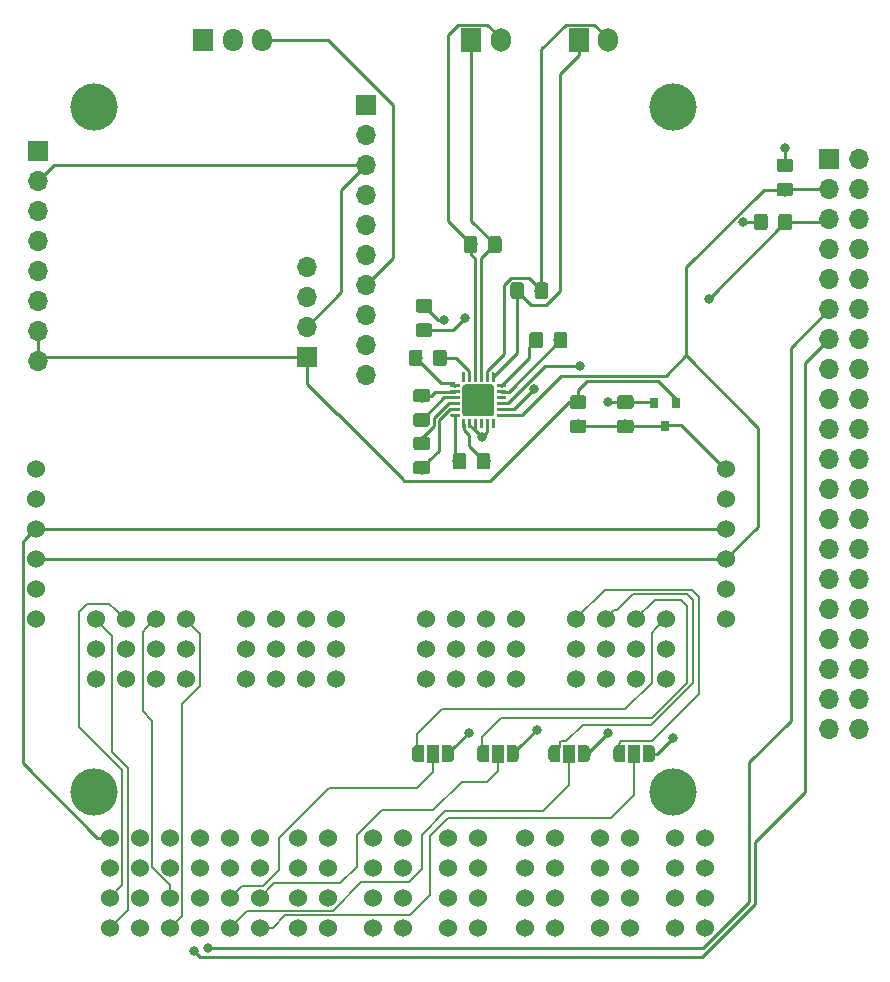
<source format=gbr>
G04 #@! TF.GenerationSoftware,KiCad,Pcbnew,(5.0.0)*
G04 #@! TF.CreationDate,2019-02-22T13:26:14-05:00*
G04 #@! TF.ProjectId,_saved_sensor_suite,5F73617665645F73656E736F725F7375,rev?*
G04 #@! TF.SameCoordinates,Original*
G04 #@! TF.FileFunction,Copper,L1,Top,Signal*
G04 #@! TF.FilePolarity,Positive*
%FSLAX46Y46*%
G04 Gerber Fmt 4.6, Leading zero omitted, Abs format (unit mm)*
G04 Created by KiCad (PCBNEW (5.0.0)) date 02/22/19 13:26:14*
%MOMM*%
%LPD*%
G01*
G04 APERTURE LIST*
G04 #@! TA.AperFunction,ComponentPad*
%ADD10R,1.700000X1.950000*%
G04 #@! TD*
G04 #@! TA.AperFunction,ComponentPad*
%ADD11O,1.700000X1.950000*%
G04 #@! TD*
G04 #@! TA.AperFunction,ComponentPad*
%ADD12C,4.000000*%
G04 #@! TD*
G04 #@! TA.AperFunction,ComponentPad*
%ADD13R,1.700000X1.700000*%
G04 #@! TD*
G04 #@! TA.AperFunction,ComponentPad*
%ADD14O,1.700000X1.700000*%
G04 #@! TD*
G04 #@! TA.AperFunction,Conductor*
%ADD15C,0.100000*%
G04 #@! TD*
G04 #@! TA.AperFunction,SMDPad,CuDef*
%ADD16C,2.700000*%
G04 #@! TD*
G04 #@! TA.AperFunction,SMDPad,CuDef*
%ADD17C,0.250000*%
G04 #@! TD*
G04 #@! TA.AperFunction,SMDPad,CuDef*
%ADD18R,0.800000X0.900000*%
G04 #@! TD*
G04 #@! TA.AperFunction,ComponentPad*
%ADD19C,1.524000*%
G04 #@! TD*
G04 #@! TA.AperFunction,SMDPad,CuDef*
%ADD20C,1.150000*%
G04 #@! TD*
G04 #@! TA.AperFunction,SMDPad,CuDef*
%ADD21R,1.000000X1.500000*%
G04 #@! TD*
G04 #@! TA.AperFunction,SMDPad,CuDef*
%ADD22C,0.500000*%
G04 #@! TD*
G04 #@! TA.AperFunction,ComponentPad*
%ADD23O,1.700000X2.000000*%
G04 #@! TD*
G04 #@! TA.AperFunction,ComponentPad*
%ADD24R,1.700000X2.000000*%
G04 #@! TD*
G04 #@! TA.AperFunction,ViaPad*
%ADD25C,0.800000*%
G04 #@! TD*
G04 #@! TA.AperFunction,Conductor*
%ADD26C,0.250000*%
G04 #@! TD*
G04 #@! TA.AperFunction,Conductor*
%ADD27C,0.228600*%
G04 #@! TD*
G04 #@! TA.AperFunction,Conductor*
%ADD28C,0.152400*%
G04 #@! TD*
G04 APERTURE END LIST*
D10*
G04 #@! TO.P,J7,1*
G04 #@! TO.N,+5VP*
X143500000Y-73600000D03*
D11*
G04 #@! TO.P,J7,2*
G04 #@! TO.N,GNDPWR*
X146000000Y-73600000D03*
G04 #@! TO.P,J7,3*
G04 #@! TO.N,Net-(J7-Pad3)*
X148500000Y-73600000D03*
G04 #@! TD*
D12*
G04 #@! TO.P,U2,4*
G04 #@! TO.N,N/C*
X134250000Y-137250000D03*
G04 #@! TO.P,U2,3*
X183250000Y-137250000D03*
G04 #@! TO.P,U2,2*
X183250000Y-79250000D03*
G04 #@! TO.P,U2,1*
X134250000Y-79250000D03*
G04 #@! TD*
D13*
G04 #@! TO.P,J8,1*
G04 #@! TO.N,+5VP*
X157300000Y-79100000D03*
D14*
G04 #@! TO.P,J8,2*
G04 #@! TO.N,GNDPWR*
X157300000Y-81640000D03*
G04 #@! TO.P,J8,3*
G04 #@! TO.N,SCL_iso*
X157300000Y-84180000D03*
G04 #@! TO.P,J8,4*
G04 #@! TO.N,SDA_iso*
X157300000Y-86720000D03*
G04 #@! TO.P,J8,5*
G04 #@! TO.N,GNDPWR*
X157300000Y-89260000D03*
G04 #@! TO.P,J8,6*
G04 #@! TO.N,Net-(J8-Pad6)*
X157300000Y-91800000D03*
G04 #@! TO.P,J8,7*
G04 #@! TO.N,Net-(J7-Pad3)*
X157300000Y-94340000D03*
G04 #@! TO.P,J8,8*
G04 #@! TO.N,Net-(J8-Pad8)*
X157300000Y-96880000D03*
G04 #@! TO.P,J8,9*
G04 #@! TO.N,Net-(J8-Pad9)*
X157300000Y-99420000D03*
G04 #@! TO.P,J8,10*
G04 #@! TO.N,Net-(J8-Pad10)*
X157300000Y-101960000D03*
G04 #@! TD*
D13*
G04 #@! TO.P,J6,1*
G04 #@! TO.N,Net-(J6-Pad1)*
X196500000Y-83700000D03*
D14*
G04 #@! TO.P,J6,2*
G04 #@! TO.N,+5VP*
X199040000Y-83700000D03*
G04 #@! TO.P,J6,3*
G04 #@! TO.N,SDA_iso*
X196500000Y-86240000D03*
G04 #@! TO.P,J6,4*
G04 #@! TO.N,Net-(J6-Pad4)*
X199040000Y-86240000D03*
G04 #@! TO.P,J6,5*
G04 #@! TO.N,SCL_iso*
X196500000Y-88780000D03*
G04 #@! TO.P,J6,6*
G04 #@! TO.N,GNDPWR*
X199040000Y-88780000D03*
G04 #@! TO.P,J6,7*
G04 #@! TO.N,Net-(J6-Pad7)*
X196500000Y-91320000D03*
G04 #@! TO.P,J6,8*
G04 #@! TO.N,Net-(J6-Pad8)*
X199040000Y-91320000D03*
G04 #@! TO.P,J6,9*
G04 #@! TO.N,Net-(J6-Pad9)*
X196500000Y-93860000D03*
G04 #@! TO.P,J6,10*
G04 #@! TO.N,Net-(J6-Pad10)*
X199040000Y-93860000D03*
G04 #@! TO.P,J6,11*
G04 #@! TO.N,/DigitalOutput1*
X196500000Y-96400000D03*
G04 #@! TO.P,J6,12*
G04 #@! TO.N,Net-(J6-Pad12)*
X199040000Y-96400000D03*
G04 #@! TO.P,J6,13*
G04 #@! TO.N,/DigitalOutput2*
X196500000Y-98940000D03*
G04 #@! TO.P,J6,14*
G04 #@! TO.N,Net-(J6-Pad14)*
X199040000Y-98940000D03*
G04 #@! TO.P,J6,15*
G04 #@! TO.N,Net-(J6-Pad15)*
X196500000Y-101480000D03*
G04 #@! TO.P,J6,16*
G04 #@! TO.N,Net-(J6-Pad16)*
X199040000Y-101480000D03*
G04 #@! TO.P,J6,17*
G04 #@! TO.N,Net-(J6-Pad17)*
X196500000Y-104020000D03*
G04 #@! TO.P,J6,18*
G04 #@! TO.N,Net-(J6-Pad18)*
X199040000Y-104020000D03*
G04 #@! TO.P,J6,19*
G04 #@! TO.N,Net-(J6-Pad19)*
X196500000Y-106560000D03*
G04 #@! TO.P,J6,20*
G04 #@! TO.N,Net-(J6-Pad20)*
X199040000Y-106560000D03*
G04 #@! TO.P,J6,21*
G04 #@! TO.N,Net-(J6-Pad21)*
X196500000Y-109100000D03*
G04 #@! TO.P,J6,22*
G04 #@! TO.N,Net-(J6-Pad22)*
X199040000Y-109100000D03*
G04 #@! TO.P,J6,23*
G04 #@! TO.N,Net-(J6-Pad23)*
X196500000Y-111640000D03*
G04 #@! TO.P,J6,24*
G04 #@! TO.N,Net-(J6-Pad24)*
X199040000Y-111640000D03*
G04 #@! TO.P,J6,25*
G04 #@! TO.N,Net-(J6-Pad25)*
X196500000Y-114180000D03*
G04 #@! TO.P,J6,26*
G04 #@! TO.N,Net-(J6-Pad26)*
X199040000Y-114180000D03*
G04 #@! TO.P,J6,27*
G04 #@! TO.N,Net-(J6-Pad27)*
X196500000Y-116720000D03*
G04 #@! TO.P,J6,28*
G04 #@! TO.N,Net-(J6-Pad28)*
X199040000Y-116720000D03*
G04 #@! TO.P,J6,29*
G04 #@! TO.N,DigitalOutput3*
X196500000Y-119260000D03*
G04 #@! TO.P,J6,30*
G04 #@! TO.N,Net-(J6-Pad30)*
X199040000Y-119260000D03*
G04 #@! TO.P,J6,31*
G04 #@! TO.N,DigitalOutput4*
X196500000Y-121800000D03*
G04 #@! TO.P,J6,32*
G04 #@! TO.N,Net-(J6-Pad32)*
X199040000Y-121800000D03*
G04 #@! TO.P,J6,33*
G04 #@! TO.N,DigitalOutput6*
X196500000Y-124340000D03*
G04 #@! TO.P,J6,34*
G04 #@! TO.N,Net-(J6-Pad34)*
X199040000Y-124340000D03*
G04 #@! TO.P,J6,35*
G04 #@! TO.N,DigitalOutput5*
X196500000Y-126880000D03*
G04 #@! TO.P,J6,36*
G04 #@! TO.N,Net-(J6-Pad36)*
X199040000Y-126880000D03*
G04 #@! TO.P,J6,37*
G04 #@! TO.N,Net-(J6-Pad37)*
X196500000Y-129420000D03*
G04 #@! TO.P,J6,38*
G04 #@! TO.N,Net-(J6-Pad38)*
X199040000Y-129420000D03*
G04 #@! TO.P,J6,39*
G04 #@! TO.N,Net-(J6-Pad39)*
X196500000Y-131960000D03*
G04 #@! TO.P,J6,40*
G04 #@! TO.N,Net-(J6-Pad40)*
X199040000Y-131960000D03*
G04 #@! TD*
D15*
G04 #@! TO.N,GNDPWR*
G04 #@! TO.C,U1*
G36*
X167924503Y-102751204D02*
X167948772Y-102754804D01*
X167972570Y-102760765D01*
X167995670Y-102769030D01*
X168017849Y-102779520D01*
X168038892Y-102792133D01*
X168058598Y-102806748D01*
X168076776Y-102823224D01*
X168093252Y-102841402D01*
X168107867Y-102861108D01*
X168120480Y-102882151D01*
X168130970Y-102904330D01*
X168139235Y-102927430D01*
X168145196Y-102951228D01*
X168148796Y-102975497D01*
X168150000Y-103000001D01*
X168150000Y-105199999D01*
X168148796Y-105224503D01*
X168145196Y-105248772D01*
X168139235Y-105272570D01*
X168130970Y-105295670D01*
X168120480Y-105317849D01*
X168107867Y-105338892D01*
X168093252Y-105358598D01*
X168076776Y-105376776D01*
X168058598Y-105393252D01*
X168038892Y-105407867D01*
X168017849Y-105420480D01*
X167995670Y-105430970D01*
X167972570Y-105439235D01*
X167948772Y-105445196D01*
X167924503Y-105448796D01*
X167899999Y-105450000D01*
X165700001Y-105450000D01*
X165675497Y-105448796D01*
X165651228Y-105445196D01*
X165627430Y-105439235D01*
X165604330Y-105430970D01*
X165582151Y-105420480D01*
X165561108Y-105407867D01*
X165541402Y-105393252D01*
X165523224Y-105376776D01*
X165506748Y-105358598D01*
X165492133Y-105338892D01*
X165479520Y-105317849D01*
X165469030Y-105295670D01*
X165460765Y-105272570D01*
X165454804Y-105248772D01*
X165451204Y-105224503D01*
X165450000Y-105199999D01*
X165450000Y-103000001D01*
X165451204Y-102975497D01*
X165454804Y-102951228D01*
X165460765Y-102927430D01*
X165469030Y-102904330D01*
X165479520Y-102882151D01*
X165492133Y-102861108D01*
X165506748Y-102841402D01*
X165523224Y-102823224D01*
X165541402Y-102806748D01*
X165561108Y-102792133D01*
X165582151Y-102779520D01*
X165604330Y-102769030D01*
X165627430Y-102760765D01*
X165651228Y-102754804D01*
X165675497Y-102751204D01*
X165700001Y-102750000D01*
X167899999Y-102750000D01*
X167924503Y-102751204D01*
X167924503Y-102751204D01*
G37*
D16*
G04 #@! TD*
G04 #@! TO.P,U1,25*
G04 #@! TO.N,GNDPWR*
X166800000Y-104100000D03*
D15*
G04 #@! TO.N,/temp1p*
G04 #@! TO.C,U1*
G36*
X168118626Y-101725301D02*
X168124693Y-101726201D01*
X168130643Y-101727691D01*
X168136418Y-101729758D01*
X168141962Y-101732380D01*
X168147223Y-101735533D01*
X168152150Y-101739187D01*
X168156694Y-101743306D01*
X168160813Y-101747850D01*
X168164467Y-101752777D01*
X168167620Y-101758038D01*
X168170242Y-101763582D01*
X168172309Y-101769357D01*
X168173799Y-101775307D01*
X168174699Y-101781374D01*
X168175000Y-101787500D01*
X168175000Y-102487500D01*
X168174699Y-102493626D01*
X168173799Y-102499693D01*
X168172309Y-102505643D01*
X168170242Y-102511418D01*
X168167620Y-102516962D01*
X168164467Y-102522223D01*
X168160813Y-102527150D01*
X168156694Y-102531694D01*
X168152150Y-102535813D01*
X168147223Y-102539467D01*
X168141962Y-102542620D01*
X168136418Y-102545242D01*
X168130643Y-102547309D01*
X168124693Y-102548799D01*
X168118626Y-102549699D01*
X168112500Y-102550000D01*
X167987500Y-102550000D01*
X167981374Y-102549699D01*
X167975307Y-102548799D01*
X167969357Y-102547309D01*
X167963582Y-102545242D01*
X167958038Y-102542620D01*
X167952777Y-102539467D01*
X167947850Y-102535813D01*
X167943306Y-102531694D01*
X167939187Y-102527150D01*
X167935533Y-102522223D01*
X167932380Y-102516962D01*
X167929758Y-102511418D01*
X167927691Y-102505643D01*
X167926201Y-102499693D01*
X167925301Y-102493626D01*
X167925000Y-102487500D01*
X167925000Y-101787500D01*
X167925301Y-101781374D01*
X167926201Y-101775307D01*
X167927691Y-101769357D01*
X167929758Y-101763582D01*
X167932380Y-101758038D01*
X167935533Y-101752777D01*
X167939187Y-101747850D01*
X167943306Y-101743306D01*
X167947850Y-101739187D01*
X167952777Y-101735533D01*
X167958038Y-101732380D01*
X167963582Y-101729758D01*
X167969357Y-101727691D01*
X167975307Y-101726201D01*
X167981374Y-101725301D01*
X167987500Y-101725000D01*
X168112500Y-101725000D01*
X168118626Y-101725301D01*
X168118626Y-101725301D01*
G37*
D17*
G04 #@! TD*
G04 #@! TO.P,U1,1*
G04 #@! TO.N,/temp1p*
X168050000Y-102137500D03*
D15*
G04 #@! TO.N,/temp1n*
G04 #@! TO.C,U1*
G36*
X167618626Y-101725301D02*
X167624693Y-101726201D01*
X167630643Y-101727691D01*
X167636418Y-101729758D01*
X167641962Y-101732380D01*
X167647223Y-101735533D01*
X167652150Y-101739187D01*
X167656694Y-101743306D01*
X167660813Y-101747850D01*
X167664467Y-101752777D01*
X167667620Y-101758038D01*
X167670242Y-101763582D01*
X167672309Y-101769357D01*
X167673799Y-101775307D01*
X167674699Y-101781374D01*
X167675000Y-101787500D01*
X167675000Y-102487500D01*
X167674699Y-102493626D01*
X167673799Y-102499693D01*
X167672309Y-102505643D01*
X167670242Y-102511418D01*
X167667620Y-102516962D01*
X167664467Y-102522223D01*
X167660813Y-102527150D01*
X167656694Y-102531694D01*
X167652150Y-102535813D01*
X167647223Y-102539467D01*
X167641962Y-102542620D01*
X167636418Y-102545242D01*
X167630643Y-102547309D01*
X167624693Y-102548799D01*
X167618626Y-102549699D01*
X167612500Y-102550000D01*
X167487500Y-102550000D01*
X167481374Y-102549699D01*
X167475307Y-102548799D01*
X167469357Y-102547309D01*
X167463582Y-102545242D01*
X167458038Y-102542620D01*
X167452777Y-102539467D01*
X167447850Y-102535813D01*
X167443306Y-102531694D01*
X167439187Y-102527150D01*
X167435533Y-102522223D01*
X167432380Y-102516962D01*
X167429758Y-102511418D01*
X167427691Y-102505643D01*
X167426201Y-102499693D01*
X167425301Y-102493626D01*
X167425000Y-102487500D01*
X167425000Y-101787500D01*
X167425301Y-101781374D01*
X167426201Y-101775307D01*
X167427691Y-101769357D01*
X167429758Y-101763582D01*
X167432380Y-101758038D01*
X167435533Y-101752777D01*
X167439187Y-101747850D01*
X167443306Y-101743306D01*
X167447850Y-101739187D01*
X167452777Y-101735533D01*
X167458038Y-101732380D01*
X167463582Y-101729758D01*
X167469357Y-101727691D01*
X167475307Y-101726201D01*
X167481374Y-101725301D01*
X167487500Y-101725000D01*
X167612500Y-101725000D01*
X167618626Y-101725301D01*
X167618626Y-101725301D01*
G37*
D17*
G04 #@! TD*
G04 #@! TO.P,U1,2*
G04 #@! TO.N,/temp1n*
X167550000Y-102137500D03*
D15*
G04 #@! TO.N,/temp2p*
G04 #@! TO.C,U1*
G36*
X167118626Y-101725301D02*
X167124693Y-101726201D01*
X167130643Y-101727691D01*
X167136418Y-101729758D01*
X167141962Y-101732380D01*
X167147223Y-101735533D01*
X167152150Y-101739187D01*
X167156694Y-101743306D01*
X167160813Y-101747850D01*
X167164467Y-101752777D01*
X167167620Y-101758038D01*
X167170242Y-101763582D01*
X167172309Y-101769357D01*
X167173799Y-101775307D01*
X167174699Y-101781374D01*
X167175000Y-101787500D01*
X167175000Y-102487500D01*
X167174699Y-102493626D01*
X167173799Y-102499693D01*
X167172309Y-102505643D01*
X167170242Y-102511418D01*
X167167620Y-102516962D01*
X167164467Y-102522223D01*
X167160813Y-102527150D01*
X167156694Y-102531694D01*
X167152150Y-102535813D01*
X167147223Y-102539467D01*
X167141962Y-102542620D01*
X167136418Y-102545242D01*
X167130643Y-102547309D01*
X167124693Y-102548799D01*
X167118626Y-102549699D01*
X167112500Y-102550000D01*
X166987500Y-102550000D01*
X166981374Y-102549699D01*
X166975307Y-102548799D01*
X166969357Y-102547309D01*
X166963582Y-102545242D01*
X166958038Y-102542620D01*
X166952777Y-102539467D01*
X166947850Y-102535813D01*
X166943306Y-102531694D01*
X166939187Y-102527150D01*
X166935533Y-102522223D01*
X166932380Y-102516962D01*
X166929758Y-102511418D01*
X166927691Y-102505643D01*
X166926201Y-102499693D01*
X166925301Y-102493626D01*
X166925000Y-102487500D01*
X166925000Y-101787500D01*
X166925301Y-101781374D01*
X166926201Y-101775307D01*
X166927691Y-101769357D01*
X166929758Y-101763582D01*
X166932380Y-101758038D01*
X166935533Y-101752777D01*
X166939187Y-101747850D01*
X166943306Y-101743306D01*
X166947850Y-101739187D01*
X166952777Y-101735533D01*
X166958038Y-101732380D01*
X166963582Y-101729758D01*
X166969357Y-101727691D01*
X166975307Y-101726201D01*
X166981374Y-101725301D01*
X166987500Y-101725000D01*
X167112500Y-101725000D01*
X167118626Y-101725301D01*
X167118626Y-101725301D01*
G37*
D17*
G04 #@! TD*
G04 #@! TO.P,U1,3*
G04 #@! TO.N,/temp2p*
X167050000Y-102137500D03*
D15*
G04 #@! TO.N,/temp2n*
G04 #@! TO.C,U1*
G36*
X166618626Y-101725301D02*
X166624693Y-101726201D01*
X166630643Y-101727691D01*
X166636418Y-101729758D01*
X166641962Y-101732380D01*
X166647223Y-101735533D01*
X166652150Y-101739187D01*
X166656694Y-101743306D01*
X166660813Y-101747850D01*
X166664467Y-101752777D01*
X166667620Y-101758038D01*
X166670242Y-101763582D01*
X166672309Y-101769357D01*
X166673799Y-101775307D01*
X166674699Y-101781374D01*
X166675000Y-101787500D01*
X166675000Y-102487500D01*
X166674699Y-102493626D01*
X166673799Y-102499693D01*
X166672309Y-102505643D01*
X166670242Y-102511418D01*
X166667620Y-102516962D01*
X166664467Y-102522223D01*
X166660813Y-102527150D01*
X166656694Y-102531694D01*
X166652150Y-102535813D01*
X166647223Y-102539467D01*
X166641962Y-102542620D01*
X166636418Y-102545242D01*
X166630643Y-102547309D01*
X166624693Y-102548799D01*
X166618626Y-102549699D01*
X166612500Y-102550000D01*
X166487500Y-102550000D01*
X166481374Y-102549699D01*
X166475307Y-102548799D01*
X166469357Y-102547309D01*
X166463582Y-102545242D01*
X166458038Y-102542620D01*
X166452777Y-102539467D01*
X166447850Y-102535813D01*
X166443306Y-102531694D01*
X166439187Y-102527150D01*
X166435533Y-102522223D01*
X166432380Y-102516962D01*
X166429758Y-102511418D01*
X166427691Y-102505643D01*
X166426201Y-102499693D01*
X166425301Y-102493626D01*
X166425000Y-102487500D01*
X166425000Y-101787500D01*
X166425301Y-101781374D01*
X166426201Y-101775307D01*
X166427691Y-101769357D01*
X166429758Y-101763582D01*
X166432380Y-101758038D01*
X166435533Y-101752777D01*
X166439187Y-101747850D01*
X166443306Y-101743306D01*
X166447850Y-101739187D01*
X166452777Y-101735533D01*
X166458038Y-101732380D01*
X166463582Y-101729758D01*
X166469357Y-101727691D01*
X166475307Y-101726201D01*
X166481374Y-101725301D01*
X166487500Y-101725000D01*
X166612500Y-101725000D01*
X166618626Y-101725301D01*
X166618626Y-101725301D01*
G37*
D17*
G04 #@! TD*
G04 #@! TO.P,U1,4*
G04 #@! TO.N,/temp2n*
X166550000Y-102137500D03*
D15*
G04 #@! TO.N,Net-(C5-Pad2)*
G04 #@! TO.C,U1*
G36*
X166118626Y-101725301D02*
X166124693Y-101726201D01*
X166130643Y-101727691D01*
X166136418Y-101729758D01*
X166141962Y-101732380D01*
X166147223Y-101735533D01*
X166152150Y-101739187D01*
X166156694Y-101743306D01*
X166160813Y-101747850D01*
X166164467Y-101752777D01*
X166167620Y-101758038D01*
X166170242Y-101763582D01*
X166172309Y-101769357D01*
X166173799Y-101775307D01*
X166174699Y-101781374D01*
X166175000Y-101787500D01*
X166175000Y-102487500D01*
X166174699Y-102493626D01*
X166173799Y-102499693D01*
X166172309Y-102505643D01*
X166170242Y-102511418D01*
X166167620Y-102516962D01*
X166164467Y-102522223D01*
X166160813Y-102527150D01*
X166156694Y-102531694D01*
X166152150Y-102535813D01*
X166147223Y-102539467D01*
X166141962Y-102542620D01*
X166136418Y-102545242D01*
X166130643Y-102547309D01*
X166124693Y-102548799D01*
X166118626Y-102549699D01*
X166112500Y-102550000D01*
X165987500Y-102550000D01*
X165981374Y-102549699D01*
X165975307Y-102548799D01*
X165969357Y-102547309D01*
X165963582Y-102545242D01*
X165958038Y-102542620D01*
X165952777Y-102539467D01*
X165947850Y-102535813D01*
X165943306Y-102531694D01*
X165939187Y-102527150D01*
X165935533Y-102522223D01*
X165932380Y-102516962D01*
X165929758Y-102511418D01*
X165927691Y-102505643D01*
X165926201Y-102499693D01*
X165925301Y-102493626D01*
X165925000Y-102487500D01*
X165925000Y-101787500D01*
X165925301Y-101781374D01*
X165926201Y-101775307D01*
X165927691Y-101769357D01*
X165929758Y-101763582D01*
X165932380Y-101758038D01*
X165935533Y-101752777D01*
X165939187Y-101747850D01*
X165943306Y-101743306D01*
X165947850Y-101739187D01*
X165952777Y-101735533D01*
X165958038Y-101732380D01*
X165963582Y-101729758D01*
X165969357Y-101727691D01*
X165975307Y-101726201D01*
X165981374Y-101725301D01*
X165987500Y-101725000D01*
X166112500Y-101725000D01*
X166118626Y-101725301D01*
X166118626Y-101725301D01*
G37*
D17*
G04 #@! TD*
G04 #@! TO.P,U1,5*
G04 #@! TO.N,Net-(C5-Pad2)*
X166050000Y-102137500D03*
D15*
G04 #@! TO.N,Net-(U1-Pad6)*
G04 #@! TO.C,U1*
G36*
X165618626Y-101725301D02*
X165624693Y-101726201D01*
X165630643Y-101727691D01*
X165636418Y-101729758D01*
X165641962Y-101732380D01*
X165647223Y-101735533D01*
X165652150Y-101739187D01*
X165656694Y-101743306D01*
X165660813Y-101747850D01*
X165664467Y-101752777D01*
X165667620Y-101758038D01*
X165670242Y-101763582D01*
X165672309Y-101769357D01*
X165673799Y-101775307D01*
X165674699Y-101781374D01*
X165675000Y-101787500D01*
X165675000Y-102487500D01*
X165674699Y-102493626D01*
X165673799Y-102499693D01*
X165672309Y-102505643D01*
X165670242Y-102511418D01*
X165667620Y-102516962D01*
X165664467Y-102522223D01*
X165660813Y-102527150D01*
X165656694Y-102531694D01*
X165652150Y-102535813D01*
X165647223Y-102539467D01*
X165641962Y-102542620D01*
X165636418Y-102545242D01*
X165630643Y-102547309D01*
X165624693Y-102548799D01*
X165618626Y-102549699D01*
X165612500Y-102550000D01*
X165487500Y-102550000D01*
X165481374Y-102549699D01*
X165475307Y-102548799D01*
X165469357Y-102547309D01*
X165463582Y-102545242D01*
X165458038Y-102542620D01*
X165452777Y-102539467D01*
X165447850Y-102535813D01*
X165443306Y-102531694D01*
X165439187Y-102527150D01*
X165435533Y-102522223D01*
X165432380Y-102516962D01*
X165429758Y-102511418D01*
X165427691Y-102505643D01*
X165426201Y-102499693D01*
X165425301Y-102493626D01*
X165425000Y-102487500D01*
X165425000Y-101787500D01*
X165425301Y-101781374D01*
X165426201Y-101775307D01*
X165427691Y-101769357D01*
X165429758Y-101763582D01*
X165432380Y-101758038D01*
X165435533Y-101752777D01*
X165439187Y-101747850D01*
X165443306Y-101743306D01*
X165447850Y-101739187D01*
X165452777Y-101735533D01*
X165458038Y-101732380D01*
X165463582Y-101729758D01*
X165469357Y-101727691D01*
X165475307Y-101726201D01*
X165481374Y-101725301D01*
X165487500Y-101725000D01*
X165612500Y-101725000D01*
X165618626Y-101725301D01*
X165618626Y-101725301D01*
G37*
D17*
G04 #@! TD*
G04 #@! TO.P,U1,6*
G04 #@! TO.N,Net-(U1-Pad6)*
X165550000Y-102137500D03*
D15*
G04 #@! TO.N,Net-(C5-Pad1)*
G04 #@! TO.C,U1*
G36*
X165193626Y-102725301D02*
X165199693Y-102726201D01*
X165205643Y-102727691D01*
X165211418Y-102729758D01*
X165216962Y-102732380D01*
X165222223Y-102735533D01*
X165227150Y-102739187D01*
X165231694Y-102743306D01*
X165235813Y-102747850D01*
X165239467Y-102752777D01*
X165242620Y-102758038D01*
X165245242Y-102763582D01*
X165247309Y-102769357D01*
X165248799Y-102775307D01*
X165249699Y-102781374D01*
X165250000Y-102787500D01*
X165250000Y-102912500D01*
X165249699Y-102918626D01*
X165248799Y-102924693D01*
X165247309Y-102930643D01*
X165245242Y-102936418D01*
X165242620Y-102941962D01*
X165239467Y-102947223D01*
X165235813Y-102952150D01*
X165231694Y-102956694D01*
X165227150Y-102960813D01*
X165222223Y-102964467D01*
X165216962Y-102967620D01*
X165211418Y-102970242D01*
X165205643Y-102972309D01*
X165199693Y-102973799D01*
X165193626Y-102974699D01*
X165187500Y-102975000D01*
X164487500Y-102975000D01*
X164481374Y-102974699D01*
X164475307Y-102973799D01*
X164469357Y-102972309D01*
X164463582Y-102970242D01*
X164458038Y-102967620D01*
X164452777Y-102964467D01*
X164447850Y-102960813D01*
X164443306Y-102956694D01*
X164439187Y-102952150D01*
X164435533Y-102947223D01*
X164432380Y-102941962D01*
X164429758Y-102936418D01*
X164427691Y-102930643D01*
X164426201Y-102924693D01*
X164425301Y-102918626D01*
X164425000Y-102912500D01*
X164425000Y-102787500D01*
X164425301Y-102781374D01*
X164426201Y-102775307D01*
X164427691Y-102769357D01*
X164429758Y-102763582D01*
X164432380Y-102758038D01*
X164435533Y-102752777D01*
X164439187Y-102747850D01*
X164443306Y-102743306D01*
X164447850Y-102739187D01*
X164452777Y-102735533D01*
X164458038Y-102732380D01*
X164463582Y-102729758D01*
X164469357Y-102727691D01*
X164475307Y-102726201D01*
X164481374Y-102725301D01*
X164487500Y-102725000D01*
X165187500Y-102725000D01*
X165193626Y-102725301D01*
X165193626Y-102725301D01*
G37*
D17*
G04 #@! TD*
G04 #@! TO.P,U1,7*
G04 #@! TO.N,Net-(C5-Pad1)*
X164837500Y-102850000D03*
D15*
G04 #@! TO.N,Net-(C8-Pad1)*
G04 #@! TO.C,U1*
G36*
X165193626Y-103225301D02*
X165199693Y-103226201D01*
X165205643Y-103227691D01*
X165211418Y-103229758D01*
X165216962Y-103232380D01*
X165222223Y-103235533D01*
X165227150Y-103239187D01*
X165231694Y-103243306D01*
X165235813Y-103247850D01*
X165239467Y-103252777D01*
X165242620Y-103258038D01*
X165245242Y-103263582D01*
X165247309Y-103269357D01*
X165248799Y-103275307D01*
X165249699Y-103281374D01*
X165250000Y-103287500D01*
X165250000Y-103412500D01*
X165249699Y-103418626D01*
X165248799Y-103424693D01*
X165247309Y-103430643D01*
X165245242Y-103436418D01*
X165242620Y-103441962D01*
X165239467Y-103447223D01*
X165235813Y-103452150D01*
X165231694Y-103456694D01*
X165227150Y-103460813D01*
X165222223Y-103464467D01*
X165216962Y-103467620D01*
X165211418Y-103470242D01*
X165205643Y-103472309D01*
X165199693Y-103473799D01*
X165193626Y-103474699D01*
X165187500Y-103475000D01*
X164487500Y-103475000D01*
X164481374Y-103474699D01*
X164475307Y-103473799D01*
X164469357Y-103472309D01*
X164463582Y-103470242D01*
X164458038Y-103467620D01*
X164452777Y-103464467D01*
X164447850Y-103460813D01*
X164443306Y-103456694D01*
X164439187Y-103452150D01*
X164435533Y-103447223D01*
X164432380Y-103441962D01*
X164429758Y-103436418D01*
X164427691Y-103430643D01*
X164426201Y-103424693D01*
X164425301Y-103418626D01*
X164425000Y-103412500D01*
X164425000Y-103287500D01*
X164425301Y-103281374D01*
X164426201Y-103275307D01*
X164427691Y-103269357D01*
X164429758Y-103263582D01*
X164432380Y-103258038D01*
X164435533Y-103252777D01*
X164439187Y-103247850D01*
X164443306Y-103243306D01*
X164447850Y-103239187D01*
X164452777Y-103235533D01*
X164458038Y-103232380D01*
X164463582Y-103229758D01*
X164469357Y-103227691D01*
X164475307Y-103226201D01*
X164481374Y-103225301D01*
X164487500Y-103225000D01*
X165187500Y-103225000D01*
X165193626Y-103225301D01*
X165193626Y-103225301D01*
G37*
D17*
G04 #@! TD*
G04 #@! TO.P,U1,8*
G04 #@! TO.N,Net-(C8-Pad1)*
X164837500Y-103350000D03*
D15*
G04 #@! TO.N,Net-(C8-Pad2)*
G04 #@! TO.C,U1*
G36*
X165193626Y-103725301D02*
X165199693Y-103726201D01*
X165205643Y-103727691D01*
X165211418Y-103729758D01*
X165216962Y-103732380D01*
X165222223Y-103735533D01*
X165227150Y-103739187D01*
X165231694Y-103743306D01*
X165235813Y-103747850D01*
X165239467Y-103752777D01*
X165242620Y-103758038D01*
X165245242Y-103763582D01*
X165247309Y-103769357D01*
X165248799Y-103775307D01*
X165249699Y-103781374D01*
X165250000Y-103787500D01*
X165250000Y-103912500D01*
X165249699Y-103918626D01*
X165248799Y-103924693D01*
X165247309Y-103930643D01*
X165245242Y-103936418D01*
X165242620Y-103941962D01*
X165239467Y-103947223D01*
X165235813Y-103952150D01*
X165231694Y-103956694D01*
X165227150Y-103960813D01*
X165222223Y-103964467D01*
X165216962Y-103967620D01*
X165211418Y-103970242D01*
X165205643Y-103972309D01*
X165199693Y-103973799D01*
X165193626Y-103974699D01*
X165187500Y-103975000D01*
X164487500Y-103975000D01*
X164481374Y-103974699D01*
X164475307Y-103973799D01*
X164469357Y-103972309D01*
X164463582Y-103970242D01*
X164458038Y-103967620D01*
X164452777Y-103964467D01*
X164447850Y-103960813D01*
X164443306Y-103956694D01*
X164439187Y-103952150D01*
X164435533Y-103947223D01*
X164432380Y-103941962D01*
X164429758Y-103936418D01*
X164427691Y-103930643D01*
X164426201Y-103924693D01*
X164425301Y-103918626D01*
X164425000Y-103912500D01*
X164425000Y-103787500D01*
X164425301Y-103781374D01*
X164426201Y-103775307D01*
X164427691Y-103769357D01*
X164429758Y-103763582D01*
X164432380Y-103758038D01*
X164435533Y-103752777D01*
X164439187Y-103747850D01*
X164443306Y-103743306D01*
X164447850Y-103739187D01*
X164452777Y-103735533D01*
X164458038Y-103732380D01*
X164463582Y-103729758D01*
X164469357Y-103727691D01*
X164475307Y-103726201D01*
X164481374Y-103725301D01*
X164487500Y-103725000D01*
X165187500Y-103725000D01*
X165193626Y-103725301D01*
X165193626Y-103725301D01*
G37*
D17*
G04 #@! TD*
G04 #@! TO.P,U1,9*
G04 #@! TO.N,Net-(C8-Pad2)*
X164837500Y-103850000D03*
D15*
G04 #@! TO.N,Net-(C7-Pad1)*
G04 #@! TO.C,U1*
G36*
X165193626Y-104225301D02*
X165199693Y-104226201D01*
X165205643Y-104227691D01*
X165211418Y-104229758D01*
X165216962Y-104232380D01*
X165222223Y-104235533D01*
X165227150Y-104239187D01*
X165231694Y-104243306D01*
X165235813Y-104247850D01*
X165239467Y-104252777D01*
X165242620Y-104258038D01*
X165245242Y-104263582D01*
X165247309Y-104269357D01*
X165248799Y-104275307D01*
X165249699Y-104281374D01*
X165250000Y-104287500D01*
X165250000Y-104412500D01*
X165249699Y-104418626D01*
X165248799Y-104424693D01*
X165247309Y-104430643D01*
X165245242Y-104436418D01*
X165242620Y-104441962D01*
X165239467Y-104447223D01*
X165235813Y-104452150D01*
X165231694Y-104456694D01*
X165227150Y-104460813D01*
X165222223Y-104464467D01*
X165216962Y-104467620D01*
X165211418Y-104470242D01*
X165205643Y-104472309D01*
X165199693Y-104473799D01*
X165193626Y-104474699D01*
X165187500Y-104475000D01*
X164487500Y-104475000D01*
X164481374Y-104474699D01*
X164475307Y-104473799D01*
X164469357Y-104472309D01*
X164463582Y-104470242D01*
X164458038Y-104467620D01*
X164452777Y-104464467D01*
X164447850Y-104460813D01*
X164443306Y-104456694D01*
X164439187Y-104452150D01*
X164435533Y-104447223D01*
X164432380Y-104441962D01*
X164429758Y-104436418D01*
X164427691Y-104430643D01*
X164426201Y-104424693D01*
X164425301Y-104418626D01*
X164425000Y-104412500D01*
X164425000Y-104287500D01*
X164425301Y-104281374D01*
X164426201Y-104275307D01*
X164427691Y-104269357D01*
X164429758Y-104263582D01*
X164432380Y-104258038D01*
X164435533Y-104252777D01*
X164439187Y-104247850D01*
X164443306Y-104243306D01*
X164447850Y-104239187D01*
X164452777Y-104235533D01*
X164458038Y-104232380D01*
X164463582Y-104229758D01*
X164469357Y-104227691D01*
X164475307Y-104226201D01*
X164481374Y-104225301D01*
X164487500Y-104225000D01*
X165187500Y-104225000D01*
X165193626Y-104225301D01*
X165193626Y-104225301D01*
G37*
D17*
G04 #@! TD*
G04 #@! TO.P,U1,10*
G04 #@! TO.N,Net-(C7-Pad1)*
X164837500Y-104350000D03*
D15*
G04 #@! TO.N,Net-(C7-Pad2)*
G04 #@! TO.C,U1*
G36*
X165193626Y-104725301D02*
X165199693Y-104726201D01*
X165205643Y-104727691D01*
X165211418Y-104729758D01*
X165216962Y-104732380D01*
X165222223Y-104735533D01*
X165227150Y-104739187D01*
X165231694Y-104743306D01*
X165235813Y-104747850D01*
X165239467Y-104752777D01*
X165242620Y-104758038D01*
X165245242Y-104763582D01*
X165247309Y-104769357D01*
X165248799Y-104775307D01*
X165249699Y-104781374D01*
X165250000Y-104787500D01*
X165250000Y-104912500D01*
X165249699Y-104918626D01*
X165248799Y-104924693D01*
X165247309Y-104930643D01*
X165245242Y-104936418D01*
X165242620Y-104941962D01*
X165239467Y-104947223D01*
X165235813Y-104952150D01*
X165231694Y-104956694D01*
X165227150Y-104960813D01*
X165222223Y-104964467D01*
X165216962Y-104967620D01*
X165211418Y-104970242D01*
X165205643Y-104972309D01*
X165199693Y-104973799D01*
X165193626Y-104974699D01*
X165187500Y-104975000D01*
X164487500Y-104975000D01*
X164481374Y-104974699D01*
X164475307Y-104973799D01*
X164469357Y-104972309D01*
X164463582Y-104970242D01*
X164458038Y-104967620D01*
X164452777Y-104964467D01*
X164447850Y-104960813D01*
X164443306Y-104956694D01*
X164439187Y-104952150D01*
X164435533Y-104947223D01*
X164432380Y-104941962D01*
X164429758Y-104936418D01*
X164427691Y-104930643D01*
X164426201Y-104924693D01*
X164425301Y-104918626D01*
X164425000Y-104912500D01*
X164425000Y-104787500D01*
X164425301Y-104781374D01*
X164426201Y-104775307D01*
X164427691Y-104769357D01*
X164429758Y-104763582D01*
X164432380Y-104758038D01*
X164435533Y-104752777D01*
X164439187Y-104747850D01*
X164443306Y-104743306D01*
X164447850Y-104739187D01*
X164452777Y-104735533D01*
X164458038Y-104732380D01*
X164463582Y-104729758D01*
X164469357Y-104727691D01*
X164475307Y-104726201D01*
X164481374Y-104725301D01*
X164487500Y-104725000D01*
X165187500Y-104725000D01*
X165193626Y-104725301D01*
X165193626Y-104725301D01*
G37*
D17*
G04 #@! TD*
G04 #@! TO.P,U1,11*
G04 #@! TO.N,Net-(C7-Pad2)*
X164837500Y-104850000D03*
D15*
G04 #@! TO.N,Net-(C6-Pad1)*
G04 #@! TO.C,U1*
G36*
X165193626Y-105225301D02*
X165199693Y-105226201D01*
X165205643Y-105227691D01*
X165211418Y-105229758D01*
X165216962Y-105232380D01*
X165222223Y-105235533D01*
X165227150Y-105239187D01*
X165231694Y-105243306D01*
X165235813Y-105247850D01*
X165239467Y-105252777D01*
X165242620Y-105258038D01*
X165245242Y-105263582D01*
X165247309Y-105269357D01*
X165248799Y-105275307D01*
X165249699Y-105281374D01*
X165250000Y-105287500D01*
X165250000Y-105412500D01*
X165249699Y-105418626D01*
X165248799Y-105424693D01*
X165247309Y-105430643D01*
X165245242Y-105436418D01*
X165242620Y-105441962D01*
X165239467Y-105447223D01*
X165235813Y-105452150D01*
X165231694Y-105456694D01*
X165227150Y-105460813D01*
X165222223Y-105464467D01*
X165216962Y-105467620D01*
X165211418Y-105470242D01*
X165205643Y-105472309D01*
X165199693Y-105473799D01*
X165193626Y-105474699D01*
X165187500Y-105475000D01*
X164487500Y-105475000D01*
X164481374Y-105474699D01*
X164475307Y-105473799D01*
X164469357Y-105472309D01*
X164463582Y-105470242D01*
X164458038Y-105467620D01*
X164452777Y-105464467D01*
X164447850Y-105460813D01*
X164443306Y-105456694D01*
X164439187Y-105452150D01*
X164435533Y-105447223D01*
X164432380Y-105441962D01*
X164429758Y-105436418D01*
X164427691Y-105430643D01*
X164426201Y-105424693D01*
X164425301Y-105418626D01*
X164425000Y-105412500D01*
X164425000Y-105287500D01*
X164425301Y-105281374D01*
X164426201Y-105275307D01*
X164427691Y-105269357D01*
X164429758Y-105263582D01*
X164432380Y-105258038D01*
X164435533Y-105252777D01*
X164439187Y-105247850D01*
X164443306Y-105243306D01*
X164447850Y-105239187D01*
X164452777Y-105235533D01*
X164458038Y-105232380D01*
X164463582Y-105229758D01*
X164469357Y-105227691D01*
X164475307Y-105226201D01*
X164481374Y-105225301D01*
X164487500Y-105225000D01*
X165187500Y-105225000D01*
X165193626Y-105225301D01*
X165193626Y-105225301D01*
G37*
D17*
G04 #@! TD*
G04 #@! TO.P,U1,12*
G04 #@! TO.N,Net-(C6-Pad1)*
X164837500Y-105350000D03*
D15*
G04 #@! TO.N,Net-(C6-Pad2)*
G04 #@! TO.C,U1*
G36*
X165618626Y-105650301D02*
X165624693Y-105651201D01*
X165630643Y-105652691D01*
X165636418Y-105654758D01*
X165641962Y-105657380D01*
X165647223Y-105660533D01*
X165652150Y-105664187D01*
X165656694Y-105668306D01*
X165660813Y-105672850D01*
X165664467Y-105677777D01*
X165667620Y-105683038D01*
X165670242Y-105688582D01*
X165672309Y-105694357D01*
X165673799Y-105700307D01*
X165674699Y-105706374D01*
X165675000Y-105712500D01*
X165675000Y-106412500D01*
X165674699Y-106418626D01*
X165673799Y-106424693D01*
X165672309Y-106430643D01*
X165670242Y-106436418D01*
X165667620Y-106441962D01*
X165664467Y-106447223D01*
X165660813Y-106452150D01*
X165656694Y-106456694D01*
X165652150Y-106460813D01*
X165647223Y-106464467D01*
X165641962Y-106467620D01*
X165636418Y-106470242D01*
X165630643Y-106472309D01*
X165624693Y-106473799D01*
X165618626Y-106474699D01*
X165612500Y-106475000D01*
X165487500Y-106475000D01*
X165481374Y-106474699D01*
X165475307Y-106473799D01*
X165469357Y-106472309D01*
X165463582Y-106470242D01*
X165458038Y-106467620D01*
X165452777Y-106464467D01*
X165447850Y-106460813D01*
X165443306Y-106456694D01*
X165439187Y-106452150D01*
X165435533Y-106447223D01*
X165432380Y-106441962D01*
X165429758Y-106436418D01*
X165427691Y-106430643D01*
X165426201Y-106424693D01*
X165425301Y-106418626D01*
X165425000Y-106412500D01*
X165425000Y-105712500D01*
X165425301Y-105706374D01*
X165426201Y-105700307D01*
X165427691Y-105694357D01*
X165429758Y-105688582D01*
X165432380Y-105683038D01*
X165435533Y-105677777D01*
X165439187Y-105672850D01*
X165443306Y-105668306D01*
X165447850Y-105664187D01*
X165452777Y-105660533D01*
X165458038Y-105657380D01*
X165463582Y-105654758D01*
X165469357Y-105652691D01*
X165475307Y-105651201D01*
X165481374Y-105650301D01*
X165487500Y-105650000D01*
X165612500Y-105650000D01*
X165618626Y-105650301D01*
X165618626Y-105650301D01*
G37*
D17*
G04 #@! TD*
G04 #@! TO.P,U1,13*
G04 #@! TO.N,Net-(C6-Pad2)*
X165550000Y-106062500D03*
D15*
G04 #@! TO.N,+5VP*
G04 #@! TO.C,U1*
G36*
X166118626Y-105650301D02*
X166124693Y-105651201D01*
X166130643Y-105652691D01*
X166136418Y-105654758D01*
X166141962Y-105657380D01*
X166147223Y-105660533D01*
X166152150Y-105664187D01*
X166156694Y-105668306D01*
X166160813Y-105672850D01*
X166164467Y-105677777D01*
X166167620Y-105683038D01*
X166170242Y-105688582D01*
X166172309Y-105694357D01*
X166173799Y-105700307D01*
X166174699Y-105706374D01*
X166175000Y-105712500D01*
X166175000Y-106412500D01*
X166174699Y-106418626D01*
X166173799Y-106424693D01*
X166172309Y-106430643D01*
X166170242Y-106436418D01*
X166167620Y-106441962D01*
X166164467Y-106447223D01*
X166160813Y-106452150D01*
X166156694Y-106456694D01*
X166152150Y-106460813D01*
X166147223Y-106464467D01*
X166141962Y-106467620D01*
X166136418Y-106470242D01*
X166130643Y-106472309D01*
X166124693Y-106473799D01*
X166118626Y-106474699D01*
X166112500Y-106475000D01*
X165987500Y-106475000D01*
X165981374Y-106474699D01*
X165975307Y-106473799D01*
X165969357Y-106472309D01*
X165963582Y-106470242D01*
X165958038Y-106467620D01*
X165952777Y-106464467D01*
X165947850Y-106460813D01*
X165943306Y-106456694D01*
X165939187Y-106452150D01*
X165935533Y-106447223D01*
X165932380Y-106441962D01*
X165929758Y-106436418D01*
X165927691Y-106430643D01*
X165926201Y-106424693D01*
X165925301Y-106418626D01*
X165925000Y-106412500D01*
X165925000Y-105712500D01*
X165925301Y-105706374D01*
X165926201Y-105700307D01*
X165927691Y-105694357D01*
X165929758Y-105688582D01*
X165932380Y-105683038D01*
X165935533Y-105677777D01*
X165939187Y-105672850D01*
X165943306Y-105668306D01*
X165947850Y-105664187D01*
X165952777Y-105660533D01*
X165958038Y-105657380D01*
X165963582Y-105654758D01*
X165969357Y-105652691D01*
X165975307Y-105651201D01*
X165981374Y-105650301D01*
X165987500Y-105650000D01*
X166112500Y-105650000D01*
X166118626Y-105650301D01*
X166118626Y-105650301D01*
G37*
D17*
G04 #@! TD*
G04 #@! TO.P,U1,14*
G04 #@! TO.N,+5VP*
X166050000Y-106062500D03*
D15*
G04 #@! TO.N,+5VP*
G04 #@! TO.C,U1*
G36*
X166618626Y-105650301D02*
X166624693Y-105651201D01*
X166630643Y-105652691D01*
X166636418Y-105654758D01*
X166641962Y-105657380D01*
X166647223Y-105660533D01*
X166652150Y-105664187D01*
X166656694Y-105668306D01*
X166660813Y-105672850D01*
X166664467Y-105677777D01*
X166667620Y-105683038D01*
X166670242Y-105688582D01*
X166672309Y-105694357D01*
X166673799Y-105700307D01*
X166674699Y-105706374D01*
X166675000Y-105712500D01*
X166675000Y-106412500D01*
X166674699Y-106418626D01*
X166673799Y-106424693D01*
X166672309Y-106430643D01*
X166670242Y-106436418D01*
X166667620Y-106441962D01*
X166664467Y-106447223D01*
X166660813Y-106452150D01*
X166656694Y-106456694D01*
X166652150Y-106460813D01*
X166647223Y-106464467D01*
X166641962Y-106467620D01*
X166636418Y-106470242D01*
X166630643Y-106472309D01*
X166624693Y-106473799D01*
X166618626Y-106474699D01*
X166612500Y-106475000D01*
X166487500Y-106475000D01*
X166481374Y-106474699D01*
X166475307Y-106473799D01*
X166469357Y-106472309D01*
X166463582Y-106470242D01*
X166458038Y-106467620D01*
X166452777Y-106464467D01*
X166447850Y-106460813D01*
X166443306Y-106456694D01*
X166439187Y-106452150D01*
X166435533Y-106447223D01*
X166432380Y-106441962D01*
X166429758Y-106436418D01*
X166427691Y-106430643D01*
X166426201Y-106424693D01*
X166425301Y-106418626D01*
X166425000Y-106412500D01*
X166425000Y-105712500D01*
X166425301Y-105706374D01*
X166426201Y-105700307D01*
X166427691Y-105694357D01*
X166429758Y-105688582D01*
X166432380Y-105683038D01*
X166435533Y-105677777D01*
X166439187Y-105672850D01*
X166443306Y-105668306D01*
X166447850Y-105664187D01*
X166452777Y-105660533D01*
X166458038Y-105657380D01*
X166463582Y-105654758D01*
X166469357Y-105652691D01*
X166475307Y-105651201D01*
X166481374Y-105650301D01*
X166487500Y-105650000D01*
X166612500Y-105650000D01*
X166618626Y-105650301D01*
X166618626Y-105650301D01*
G37*
D17*
G04 #@! TD*
G04 #@! TO.P,U1,15*
G04 #@! TO.N,+5VP*
X166550000Y-106062500D03*
D15*
G04 #@! TO.N,Net-(U1-Pad16)*
G04 #@! TO.C,U1*
G36*
X167118626Y-105650301D02*
X167124693Y-105651201D01*
X167130643Y-105652691D01*
X167136418Y-105654758D01*
X167141962Y-105657380D01*
X167147223Y-105660533D01*
X167152150Y-105664187D01*
X167156694Y-105668306D01*
X167160813Y-105672850D01*
X167164467Y-105677777D01*
X167167620Y-105683038D01*
X167170242Y-105688582D01*
X167172309Y-105694357D01*
X167173799Y-105700307D01*
X167174699Y-105706374D01*
X167175000Y-105712500D01*
X167175000Y-106412500D01*
X167174699Y-106418626D01*
X167173799Y-106424693D01*
X167172309Y-106430643D01*
X167170242Y-106436418D01*
X167167620Y-106441962D01*
X167164467Y-106447223D01*
X167160813Y-106452150D01*
X167156694Y-106456694D01*
X167152150Y-106460813D01*
X167147223Y-106464467D01*
X167141962Y-106467620D01*
X167136418Y-106470242D01*
X167130643Y-106472309D01*
X167124693Y-106473799D01*
X167118626Y-106474699D01*
X167112500Y-106475000D01*
X166987500Y-106475000D01*
X166981374Y-106474699D01*
X166975307Y-106473799D01*
X166969357Y-106472309D01*
X166963582Y-106470242D01*
X166958038Y-106467620D01*
X166952777Y-106464467D01*
X166947850Y-106460813D01*
X166943306Y-106456694D01*
X166939187Y-106452150D01*
X166935533Y-106447223D01*
X166932380Y-106441962D01*
X166929758Y-106436418D01*
X166927691Y-106430643D01*
X166926201Y-106424693D01*
X166925301Y-106418626D01*
X166925000Y-106412500D01*
X166925000Y-105712500D01*
X166925301Y-105706374D01*
X166926201Y-105700307D01*
X166927691Y-105694357D01*
X166929758Y-105688582D01*
X166932380Y-105683038D01*
X166935533Y-105677777D01*
X166939187Y-105672850D01*
X166943306Y-105668306D01*
X166947850Y-105664187D01*
X166952777Y-105660533D01*
X166958038Y-105657380D01*
X166963582Y-105654758D01*
X166969357Y-105652691D01*
X166975307Y-105651201D01*
X166981374Y-105650301D01*
X166987500Y-105650000D01*
X167112500Y-105650000D01*
X167118626Y-105650301D01*
X167118626Y-105650301D01*
G37*
D17*
G04 #@! TD*
G04 #@! TO.P,U1,16*
G04 #@! TO.N,Net-(U1-Pad16)*
X167050000Y-106062500D03*
D15*
G04 #@! TO.N,+5VP*
G04 #@! TO.C,U1*
G36*
X167618626Y-105650301D02*
X167624693Y-105651201D01*
X167630643Y-105652691D01*
X167636418Y-105654758D01*
X167641962Y-105657380D01*
X167647223Y-105660533D01*
X167652150Y-105664187D01*
X167656694Y-105668306D01*
X167660813Y-105672850D01*
X167664467Y-105677777D01*
X167667620Y-105683038D01*
X167670242Y-105688582D01*
X167672309Y-105694357D01*
X167673799Y-105700307D01*
X167674699Y-105706374D01*
X167675000Y-105712500D01*
X167675000Y-106412500D01*
X167674699Y-106418626D01*
X167673799Y-106424693D01*
X167672309Y-106430643D01*
X167670242Y-106436418D01*
X167667620Y-106441962D01*
X167664467Y-106447223D01*
X167660813Y-106452150D01*
X167656694Y-106456694D01*
X167652150Y-106460813D01*
X167647223Y-106464467D01*
X167641962Y-106467620D01*
X167636418Y-106470242D01*
X167630643Y-106472309D01*
X167624693Y-106473799D01*
X167618626Y-106474699D01*
X167612500Y-106475000D01*
X167487500Y-106475000D01*
X167481374Y-106474699D01*
X167475307Y-106473799D01*
X167469357Y-106472309D01*
X167463582Y-106470242D01*
X167458038Y-106467620D01*
X167452777Y-106464467D01*
X167447850Y-106460813D01*
X167443306Y-106456694D01*
X167439187Y-106452150D01*
X167435533Y-106447223D01*
X167432380Y-106441962D01*
X167429758Y-106436418D01*
X167427691Y-106430643D01*
X167426201Y-106424693D01*
X167425301Y-106418626D01*
X167425000Y-106412500D01*
X167425000Y-105712500D01*
X167425301Y-105706374D01*
X167426201Y-105700307D01*
X167427691Y-105694357D01*
X167429758Y-105688582D01*
X167432380Y-105683038D01*
X167435533Y-105677777D01*
X167439187Y-105672850D01*
X167443306Y-105668306D01*
X167447850Y-105664187D01*
X167452777Y-105660533D01*
X167458038Y-105657380D01*
X167463582Y-105654758D01*
X167469357Y-105652691D01*
X167475307Y-105651201D01*
X167481374Y-105650301D01*
X167487500Y-105650000D01*
X167612500Y-105650000D01*
X167618626Y-105650301D01*
X167618626Y-105650301D01*
G37*
D17*
G04 #@! TD*
G04 #@! TO.P,U1,17*
G04 #@! TO.N,+5VP*
X167550000Y-106062500D03*
D15*
G04 #@! TO.N,Net-(U1-Pad18)*
G04 #@! TO.C,U1*
G36*
X168118626Y-105650301D02*
X168124693Y-105651201D01*
X168130643Y-105652691D01*
X168136418Y-105654758D01*
X168141962Y-105657380D01*
X168147223Y-105660533D01*
X168152150Y-105664187D01*
X168156694Y-105668306D01*
X168160813Y-105672850D01*
X168164467Y-105677777D01*
X168167620Y-105683038D01*
X168170242Y-105688582D01*
X168172309Y-105694357D01*
X168173799Y-105700307D01*
X168174699Y-105706374D01*
X168175000Y-105712500D01*
X168175000Y-106412500D01*
X168174699Y-106418626D01*
X168173799Y-106424693D01*
X168172309Y-106430643D01*
X168170242Y-106436418D01*
X168167620Y-106441962D01*
X168164467Y-106447223D01*
X168160813Y-106452150D01*
X168156694Y-106456694D01*
X168152150Y-106460813D01*
X168147223Y-106464467D01*
X168141962Y-106467620D01*
X168136418Y-106470242D01*
X168130643Y-106472309D01*
X168124693Y-106473799D01*
X168118626Y-106474699D01*
X168112500Y-106475000D01*
X167987500Y-106475000D01*
X167981374Y-106474699D01*
X167975307Y-106473799D01*
X167969357Y-106472309D01*
X167963582Y-106470242D01*
X167958038Y-106467620D01*
X167952777Y-106464467D01*
X167947850Y-106460813D01*
X167943306Y-106456694D01*
X167939187Y-106452150D01*
X167935533Y-106447223D01*
X167932380Y-106441962D01*
X167929758Y-106436418D01*
X167927691Y-106430643D01*
X167926201Y-106424693D01*
X167925301Y-106418626D01*
X167925000Y-106412500D01*
X167925000Y-105712500D01*
X167925301Y-105706374D01*
X167926201Y-105700307D01*
X167927691Y-105694357D01*
X167929758Y-105688582D01*
X167932380Y-105683038D01*
X167935533Y-105677777D01*
X167939187Y-105672850D01*
X167943306Y-105668306D01*
X167947850Y-105664187D01*
X167952777Y-105660533D01*
X167958038Y-105657380D01*
X167963582Y-105654758D01*
X167969357Y-105652691D01*
X167975307Y-105651201D01*
X167981374Y-105650301D01*
X167987500Y-105650000D01*
X168112500Y-105650000D01*
X168118626Y-105650301D01*
X168118626Y-105650301D01*
G37*
D17*
G04 #@! TD*
G04 #@! TO.P,U1,18*
G04 #@! TO.N,Net-(U1-Pad18)*
X168050000Y-106062500D03*
D15*
G04 #@! TO.N,SDA_iso*
G04 #@! TO.C,U1*
G36*
X169118626Y-105225301D02*
X169124693Y-105226201D01*
X169130643Y-105227691D01*
X169136418Y-105229758D01*
X169141962Y-105232380D01*
X169147223Y-105235533D01*
X169152150Y-105239187D01*
X169156694Y-105243306D01*
X169160813Y-105247850D01*
X169164467Y-105252777D01*
X169167620Y-105258038D01*
X169170242Y-105263582D01*
X169172309Y-105269357D01*
X169173799Y-105275307D01*
X169174699Y-105281374D01*
X169175000Y-105287500D01*
X169175000Y-105412500D01*
X169174699Y-105418626D01*
X169173799Y-105424693D01*
X169172309Y-105430643D01*
X169170242Y-105436418D01*
X169167620Y-105441962D01*
X169164467Y-105447223D01*
X169160813Y-105452150D01*
X169156694Y-105456694D01*
X169152150Y-105460813D01*
X169147223Y-105464467D01*
X169141962Y-105467620D01*
X169136418Y-105470242D01*
X169130643Y-105472309D01*
X169124693Y-105473799D01*
X169118626Y-105474699D01*
X169112500Y-105475000D01*
X168412500Y-105475000D01*
X168406374Y-105474699D01*
X168400307Y-105473799D01*
X168394357Y-105472309D01*
X168388582Y-105470242D01*
X168383038Y-105467620D01*
X168377777Y-105464467D01*
X168372850Y-105460813D01*
X168368306Y-105456694D01*
X168364187Y-105452150D01*
X168360533Y-105447223D01*
X168357380Y-105441962D01*
X168354758Y-105436418D01*
X168352691Y-105430643D01*
X168351201Y-105424693D01*
X168350301Y-105418626D01*
X168350000Y-105412500D01*
X168350000Y-105287500D01*
X168350301Y-105281374D01*
X168351201Y-105275307D01*
X168352691Y-105269357D01*
X168354758Y-105263582D01*
X168357380Y-105258038D01*
X168360533Y-105252777D01*
X168364187Y-105247850D01*
X168368306Y-105243306D01*
X168372850Y-105239187D01*
X168377777Y-105235533D01*
X168383038Y-105232380D01*
X168388582Y-105229758D01*
X168394357Y-105227691D01*
X168400307Y-105226201D01*
X168406374Y-105225301D01*
X168412500Y-105225000D01*
X169112500Y-105225000D01*
X169118626Y-105225301D01*
X169118626Y-105225301D01*
G37*
D17*
G04 #@! TD*
G04 #@! TO.P,U1,19*
G04 #@! TO.N,SDA_iso*
X168762500Y-105350000D03*
D15*
G04 #@! TO.N,SCL_iso*
G04 #@! TO.C,U1*
G36*
X169118626Y-104725301D02*
X169124693Y-104726201D01*
X169130643Y-104727691D01*
X169136418Y-104729758D01*
X169141962Y-104732380D01*
X169147223Y-104735533D01*
X169152150Y-104739187D01*
X169156694Y-104743306D01*
X169160813Y-104747850D01*
X169164467Y-104752777D01*
X169167620Y-104758038D01*
X169170242Y-104763582D01*
X169172309Y-104769357D01*
X169173799Y-104775307D01*
X169174699Y-104781374D01*
X169175000Y-104787500D01*
X169175000Y-104912500D01*
X169174699Y-104918626D01*
X169173799Y-104924693D01*
X169172309Y-104930643D01*
X169170242Y-104936418D01*
X169167620Y-104941962D01*
X169164467Y-104947223D01*
X169160813Y-104952150D01*
X169156694Y-104956694D01*
X169152150Y-104960813D01*
X169147223Y-104964467D01*
X169141962Y-104967620D01*
X169136418Y-104970242D01*
X169130643Y-104972309D01*
X169124693Y-104973799D01*
X169118626Y-104974699D01*
X169112500Y-104975000D01*
X168412500Y-104975000D01*
X168406374Y-104974699D01*
X168400307Y-104973799D01*
X168394357Y-104972309D01*
X168388582Y-104970242D01*
X168383038Y-104967620D01*
X168377777Y-104964467D01*
X168372850Y-104960813D01*
X168368306Y-104956694D01*
X168364187Y-104952150D01*
X168360533Y-104947223D01*
X168357380Y-104941962D01*
X168354758Y-104936418D01*
X168352691Y-104930643D01*
X168351201Y-104924693D01*
X168350301Y-104918626D01*
X168350000Y-104912500D01*
X168350000Y-104787500D01*
X168350301Y-104781374D01*
X168351201Y-104775307D01*
X168352691Y-104769357D01*
X168354758Y-104763582D01*
X168357380Y-104758038D01*
X168360533Y-104752777D01*
X168364187Y-104747850D01*
X168368306Y-104743306D01*
X168372850Y-104739187D01*
X168377777Y-104735533D01*
X168383038Y-104732380D01*
X168388582Y-104729758D01*
X168394357Y-104727691D01*
X168400307Y-104726201D01*
X168406374Y-104725301D01*
X168412500Y-104725000D01*
X169112500Y-104725000D01*
X169118626Y-104725301D01*
X169118626Y-104725301D01*
G37*
D17*
G04 #@! TD*
G04 #@! TO.P,U1,20*
G04 #@! TO.N,SCL_iso*
X168762500Y-104850000D03*
D15*
G04 #@! TO.N,Net-(C3-Pad1)*
G04 #@! TO.C,U1*
G36*
X169118626Y-104225301D02*
X169124693Y-104226201D01*
X169130643Y-104227691D01*
X169136418Y-104229758D01*
X169141962Y-104232380D01*
X169147223Y-104235533D01*
X169152150Y-104239187D01*
X169156694Y-104243306D01*
X169160813Y-104247850D01*
X169164467Y-104252777D01*
X169167620Y-104258038D01*
X169170242Y-104263582D01*
X169172309Y-104269357D01*
X169173799Y-104275307D01*
X169174699Y-104281374D01*
X169175000Y-104287500D01*
X169175000Y-104412500D01*
X169174699Y-104418626D01*
X169173799Y-104424693D01*
X169172309Y-104430643D01*
X169170242Y-104436418D01*
X169167620Y-104441962D01*
X169164467Y-104447223D01*
X169160813Y-104452150D01*
X169156694Y-104456694D01*
X169152150Y-104460813D01*
X169147223Y-104464467D01*
X169141962Y-104467620D01*
X169136418Y-104470242D01*
X169130643Y-104472309D01*
X169124693Y-104473799D01*
X169118626Y-104474699D01*
X169112500Y-104475000D01*
X168412500Y-104475000D01*
X168406374Y-104474699D01*
X168400307Y-104473799D01*
X168394357Y-104472309D01*
X168388582Y-104470242D01*
X168383038Y-104467620D01*
X168377777Y-104464467D01*
X168372850Y-104460813D01*
X168368306Y-104456694D01*
X168364187Y-104452150D01*
X168360533Y-104447223D01*
X168357380Y-104441962D01*
X168354758Y-104436418D01*
X168352691Y-104430643D01*
X168351201Y-104424693D01*
X168350301Y-104418626D01*
X168350000Y-104412500D01*
X168350000Y-104287500D01*
X168350301Y-104281374D01*
X168351201Y-104275307D01*
X168352691Y-104269357D01*
X168354758Y-104263582D01*
X168357380Y-104258038D01*
X168360533Y-104252777D01*
X168364187Y-104247850D01*
X168368306Y-104243306D01*
X168372850Y-104239187D01*
X168377777Y-104235533D01*
X168383038Y-104232380D01*
X168388582Y-104229758D01*
X168394357Y-104227691D01*
X168400307Y-104226201D01*
X168406374Y-104225301D01*
X168412500Y-104225000D01*
X169112500Y-104225000D01*
X169118626Y-104225301D01*
X169118626Y-104225301D01*
G37*
D17*
G04 #@! TD*
G04 #@! TO.P,U1,21*
G04 #@! TO.N,Net-(C3-Pad1)*
X168762500Y-104350000D03*
D15*
G04 #@! TO.N,Net-(U1-Pad22)*
G04 #@! TO.C,U1*
G36*
X169118626Y-103725301D02*
X169124693Y-103726201D01*
X169130643Y-103727691D01*
X169136418Y-103729758D01*
X169141962Y-103732380D01*
X169147223Y-103735533D01*
X169152150Y-103739187D01*
X169156694Y-103743306D01*
X169160813Y-103747850D01*
X169164467Y-103752777D01*
X169167620Y-103758038D01*
X169170242Y-103763582D01*
X169172309Y-103769357D01*
X169173799Y-103775307D01*
X169174699Y-103781374D01*
X169175000Y-103787500D01*
X169175000Y-103912500D01*
X169174699Y-103918626D01*
X169173799Y-103924693D01*
X169172309Y-103930643D01*
X169170242Y-103936418D01*
X169167620Y-103941962D01*
X169164467Y-103947223D01*
X169160813Y-103952150D01*
X169156694Y-103956694D01*
X169152150Y-103960813D01*
X169147223Y-103964467D01*
X169141962Y-103967620D01*
X169136418Y-103970242D01*
X169130643Y-103972309D01*
X169124693Y-103973799D01*
X169118626Y-103974699D01*
X169112500Y-103975000D01*
X168412500Y-103975000D01*
X168406374Y-103974699D01*
X168400307Y-103973799D01*
X168394357Y-103972309D01*
X168388582Y-103970242D01*
X168383038Y-103967620D01*
X168377777Y-103964467D01*
X168372850Y-103960813D01*
X168368306Y-103956694D01*
X168364187Y-103952150D01*
X168360533Y-103947223D01*
X168357380Y-103941962D01*
X168354758Y-103936418D01*
X168352691Y-103930643D01*
X168351201Y-103924693D01*
X168350301Y-103918626D01*
X168350000Y-103912500D01*
X168350000Y-103787500D01*
X168350301Y-103781374D01*
X168351201Y-103775307D01*
X168352691Y-103769357D01*
X168354758Y-103763582D01*
X168357380Y-103758038D01*
X168360533Y-103752777D01*
X168364187Y-103747850D01*
X168368306Y-103743306D01*
X168372850Y-103739187D01*
X168377777Y-103735533D01*
X168383038Y-103732380D01*
X168388582Y-103729758D01*
X168394357Y-103727691D01*
X168400307Y-103726201D01*
X168406374Y-103725301D01*
X168412500Y-103725000D01*
X169112500Y-103725000D01*
X169118626Y-103725301D01*
X169118626Y-103725301D01*
G37*
D17*
G04 #@! TD*
G04 #@! TO.P,U1,22*
G04 #@! TO.N,Net-(U1-Pad22)*
X168762500Y-103850000D03*
D15*
G04 #@! TO.N,Net-(C4-Pad1)*
G04 #@! TO.C,U1*
G36*
X169118626Y-103225301D02*
X169124693Y-103226201D01*
X169130643Y-103227691D01*
X169136418Y-103229758D01*
X169141962Y-103232380D01*
X169147223Y-103235533D01*
X169152150Y-103239187D01*
X169156694Y-103243306D01*
X169160813Y-103247850D01*
X169164467Y-103252777D01*
X169167620Y-103258038D01*
X169170242Y-103263582D01*
X169172309Y-103269357D01*
X169173799Y-103275307D01*
X169174699Y-103281374D01*
X169175000Y-103287500D01*
X169175000Y-103412500D01*
X169174699Y-103418626D01*
X169173799Y-103424693D01*
X169172309Y-103430643D01*
X169170242Y-103436418D01*
X169167620Y-103441962D01*
X169164467Y-103447223D01*
X169160813Y-103452150D01*
X169156694Y-103456694D01*
X169152150Y-103460813D01*
X169147223Y-103464467D01*
X169141962Y-103467620D01*
X169136418Y-103470242D01*
X169130643Y-103472309D01*
X169124693Y-103473799D01*
X169118626Y-103474699D01*
X169112500Y-103475000D01*
X168412500Y-103475000D01*
X168406374Y-103474699D01*
X168400307Y-103473799D01*
X168394357Y-103472309D01*
X168388582Y-103470242D01*
X168383038Y-103467620D01*
X168377777Y-103464467D01*
X168372850Y-103460813D01*
X168368306Y-103456694D01*
X168364187Y-103452150D01*
X168360533Y-103447223D01*
X168357380Y-103441962D01*
X168354758Y-103436418D01*
X168352691Y-103430643D01*
X168351201Y-103424693D01*
X168350301Y-103418626D01*
X168350000Y-103412500D01*
X168350000Y-103287500D01*
X168350301Y-103281374D01*
X168351201Y-103275307D01*
X168352691Y-103269357D01*
X168354758Y-103263582D01*
X168357380Y-103258038D01*
X168360533Y-103252777D01*
X168364187Y-103247850D01*
X168368306Y-103243306D01*
X168372850Y-103239187D01*
X168377777Y-103235533D01*
X168383038Y-103232380D01*
X168388582Y-103229758D01*
X168394357Y-103227691D01*
X168400307Y-103226201D01*
X168406374Y-103225301D01*
X168412500Y-103225000D01*
X169112500Y-103225000D01*
X169118626Y-103225301D01*
X169118626Y-103225301D01*
G37*
D17*
G04 #@! TD*
G04 #@! TO.P,U1,23*
G04 #@! TO.N,Net-(C4-Pad1)*
X168762500Y-103350000D03*
D15*
G04 #@! TO.N,Net-(C4-Pad2)*
G04 #@! TO.C,U1*
G36*
X169118626Y-102725301D02*
X169124693Y-102726201D01*
X169130643Y-102727691D01*
X169136418Y-102729758D01*
X169141962Y-102732380D01*
X169147223Y-102735533D01*
X169152150Y-102739187D01*
X169156694Y-102743306D01*
X169160813Y-102747850D01*
X169164467Y-102752777D01*
X169167620Y-102758038D01*
X169170242Y-102763582D01*
X169172309Y-102769357D01*
X169173799Y-102775307D01*
X169174699Y-102781374D01*
X169175000Y-102787500D01*
X169175000Y-102912500D01*
X169174699Y-102918626D01*
X169173799Y-102924693D01*
X169172309Y-102930643D01*
X169170242Y-102936418D01*
X169167620Y-102941962D01*
X169164467Y-102947223D01*
X169160813Y-102952150D01*
X169156694Y-102956694D01*
X169152150Y-102960813D01*
X169147223Y-102964467D01*
X169141962Y-102967620D01*
X169136418Y-102970242D01*
X169130643Y-102972309D01*
X169124693Y-102973799D01*
X169118626Y-102974699D01*
X169112500Y-102975000D01*
X168412500Y-102975000D01*
X168406374Y-102974699D01*
X168400307Y-102973799D01*
X168394357Y-102972309D01*
X168388582Y-102970242D01*
X168383038Y-102967620D01*
X168377777Y-102964467D01*
X168372850Y-102960813D01*
X168368306Y-102956694D01*
X168364187Y-102952150D01*
X168360533Y-102947223D01*
X168357380Y-102941962D01*
X168354758Y-102936418D01*
X168352691Y-102930643D01*
X168351201Y-102924693D01*
X168350301Y-102918626D01*
X168350000Y-102912500D01*
X168350000Y-102787500D01*
X168350301Y-102781374D01*
X168351201Y-102775307D01*
X168352691Y-102769357D01*
X168354758Y-102763582D01*
X168357380Y-102758038D01*
X168360533Y-102752777D01*
X168364187Y-102747850D01*
X168368306Y-102743306D01*
X168372850Y-102739187D01*
X168377777Y-102735533D01*
X168383038Y-102732380D01*
X168388582Y-102729758D01*
X168394357Y-102727691D01*
X168400307Y-102726201D01*
X168406374Y-102725301D01*
X168412500Y-102725000D01*
X169112500Y-102725000D01*
X169118626Y-102725301D01*
X169118626Y-102725301D01*
G37*
D17*
G04 #@! TD*
G04 #@! TO.P,U1,24*
G04 #@! TO.N,Net-(C4-Pad2)*
X168762500Y-102850000D03*
D18*
G04 #@! TO.P,U3,1*
G04 #@! TO.N,+3V3*
X183550000Y-104300000D03*
G04 #@! TO.P,U3,2*
G04 #@! TO.N,+5VP*
X181650000Y-104300000D03*
G04 #@! TO.P,U3,3*
G04 #@! TO.N,GNDPWR*
X182600000Y-106300000D03*
G04 #@! TD*
D19*
G04 #@! TO.P,J2,19*
G04 #@! TO.N,SDA_iso*
X129320000Y-117540000D03*
G04 #@! TO.P,J2,18*
G04 #@! TO.N,SCL_iso*
X129320000Y-115000000D03*
G04 #@! TO.P,J2,20*
G04 #@! TO.N,+5VP*
X129320000Y-120080000D03*
G04 #@! TO.P,J2,*
G04 #@! TO.N,*
X129320000Y-112460000D03*
G04 #@! TO.P,J2,17*
G04 #@! TO.N,GNDPWR*
X129320000Y-109920000D03*
G04 #@! TO.P,J2,*
G04 #@! TO.N,*
X129320000Y-122620000D03*
G04 #@! TO.P,J2,19*
G04 #@! TO.N,SDA_iso*
X187740000Y-117540000D03*
G04 #@! TO.P,J2,20*
G04 #@! TO.N,+5VP*
X187740000Y-120080000D03*
G04 #@! TO.P,J2,18*
G04 #@! TO.N,SCL_iso*
X187740000Y-115000000D03*
G04 #@! TO.P,J2,*
G04 #@! TO.N,*
X187740000Y-112460000D03*
G04 #@! TO.P,J2,17*
G04 #@! TO.N,GNDPWR*
X187740000Y-109920000D03*
G04 #@! TO.P,J2,*
G04 #@! TO.N,*
X187740000Y-122620000D03*
G04 #@! TO.P,J2,17*
G04 #@! TO.N,GNDPWR*
X134400000Y-127700000D03*
G04 #@! TO.P,J2,*
G04 #@! TO.N,*
X134400000Y-125160000D03*
G04 #@! TO.P,J2,1*
G04 #@! TO.N,PWM_0*
X134400000Y-122620000D03*
G04 #@! TO.P,J2,2*
G04 #@! TO.N,PWM_1*
X136940000Y-122620000D03*
G04 #@! TO.P,J2,17*
G04 #@! TO.N,GNDPWR*
X136940000Y-127700000D03*
G04 #@! TO.P,J2,*
G04 #@! TO.N,*
X136940000Y-125160000D03*
G04 #@! TO.P,J2,3*
G04 #@! TO.N,PWM_2*
X139480000Y-122620000D03*
G04 #@! TO.P,J2,17*
G04 #@! TO.N,GNDPWR*
X139480000Y-127700000D03*
G04 #@! TO.P,J2,*
G04 #@! TO.N,*
X139480000Y-125160000D03*
G04 #@! TO.P,J2,4*
G04 #@! TO.N,PWM_3*
X142020000Y-122620000D03*
G04 #@! TO.P,J2,17*
G04 #@! TO.N,GNDPWR*
X142020000Y-127700000D03*
G04 #@! TO.P,J2,*
G04 #@! TO.N,*
X142020000Y-125160000D03*
G04 #@! TO.P,J2,5*
G04 #@! TO.N,PWM_4*
X147100000Y-122620000D03*
G04 #@! TO.P,J2,17*
G04 #@! TO.N,GNDPWR*
X147100000Y-127700000D03*
G04 #@! TO.P,J2,*
G04 #@! TO.N,*
X147100000Y-125160000D03*
G04 #@! TO.P,J2,6*
G04 #@! TO.N,PWM_5*
X149640000Y-122620000D03*
G04 #@! TO.P,J2,17*
G04 #@! TO.N,GNDPWR*
X149640000Y-127700000D03*
G04 #@! TO.P,J2,*
G04 #@! TO.N,*
X149640000Y-125160000D03*
G04 #@! TO.P,J2,7*
G04 #@! TO.N,PWM_6*
X152180000Y-122620000D03*
G04 #@! TO.P,J2,17*
G04 #@! TO.N,GNDPWR*
X152180000Y-127700000D03*
G04 #@! TO.P,J2,*
G04 #@! TO.N,*
X152180000Y-125160000D03*
G04 #@! TO.P,J2,8*
G04 #@! TO.N,PWM_7*
X154720000Y-122620000D03*
G04 #@! TO.P,J2,17*
G04 #@! TO.N,GNDPWR*
X154720000Y-127700000D03*
G04 #@! TO.P,J2,*
G04 #@! TO.N,*
X154720000Y-125160000D03*
G04 #@! TO.P,J2,9*
G04 #@! TO.N,PWM_8*
X162340000Y-122620000D03*
G04 #@! TO.P,J2,17*
G04 #@! TO.N,GNDPWR*
X162340000Y-127700000D03*
G04 #@! TO.P,J2,*
G04 #@! TO.N,*
X162340000Y-125160000D03*
G04 #@! TO.P,J2,10*
G04 #@! TO.N,PWM_9*
X164880000Y-122620000D03*
G04 #@! TO.P,J2,*
G04 #@! TO.N,*
X164880000Y-125160000D03*
G04 #@! TO.P,J2,17*
G04 #@! TO.N,GNDPWR*
X164880000Y-127700000D03*
G04 #@! TO.P,J2,11*
G04 #@! TO.N,PWM_10*
X167420000Y-122620000D03*
G04 #@! TO.P,J2,*
G04 #@! TO.N,*
X167420000Y-125160000D03*
G04 #@! TO.P,J2,17*
G04 #@! TO.N,GNDPWR*
X167420000Y-127700000D03*
G04 #@! TO.P,J2,12*
G04 #@! TO.N,PWM_11*
X169960000Y-122620000D03*
G04 #@! TO.P,J2,*
G04 #@! TO.N,*
X169960000Y-125160000D03*
G04 #@! TO.P,J2,17*
G04 #@! TO.N,GNDPWR*
X169960000Y-127700000D03*
G04 #@! TO.P,J2,16*
G04 #@! TO.N,PWM_15_*
X182660000Y-122620000D03*
G04 #@! TO.P,J2,17*
G04 #@! TO.N,GNDPWR*
X182660000Y-127700000D03*
G04 #@! TO.P,J2,*
G04 #@! TO.N,*
X182660000Y-125160000D03*
G04 #@! TO.P,J2,15*
G04 #@! TO.N,PWM_14_*
X180120000Y-122620000D03*
G04 #@! TO.P,J2,*
G04 #@! TO.N,*
X180120000Y-125160000D03*
G04 #@! TO.P,J2,17*
G04 #@! TO.N,GNDPWR*
X180120000Y-127700000D03*
X177580000Y-127700000D03*
G04 #@! TO.P,J2,*
G04 #@! TO.N,*
X177580000Y-125160000D03*
G04 #@! TO.P,J2,14*
G04 #@! TO.N,PWM_13_*
X177580000Y-122620000D03*
G04 #@! TO.P,J2,13*
G04 #@! TO.N,PWM_12_*
X175040000Y-122620000D03*
G04 #@! TO.P,J2,*
G04 #@! TO.N,*
X175040000Y-125160000D03*
G04 #@! TO.P,J2,17*
G04 #@! TO.N,GNDPWR*
X175040000Y-127700000D03*
G04 #@! TD*
D15*
G04 #@! TO.N,+5VP*
G04 #@! TO.C,C9*
G36*
X179724505Y-103676204D02*
X179748773Y-103679804D01*
X179772572Y-103685765D01*
X179795671Y-103694030D01*
X179817850Y-103704520D01*
X179838893Y-103717132D01*
X179858599Y-103731747D01*
X179876777Y-103748223D01*
X179893253Y-103766401D01*
X179907868Y-103786107D01*
X179920480Y-103807150D01*
X179930970Y-103829329D01*
X179939235Y-103852428D01*
X179945196Y-103876227D01*
X179948796Y-103900495D01*
X179950000Y-103924999D01*
X179950000Y-104575001D01*
X179948796Y-104599505D01*
X179945196Y-104623773D01*
X179939235Y-104647572D01*
X179930970Y-104670671D01*
X179920480Y-104692850D01*
X179907868Y-104713893D01*
X179893253Y-104733599D01*
X179876777Y-104751777D01*
X179858599Y-104768253D01*
X179838893Y-104782868D01*
X179817850Y-104795480D01*
X179795671Y-104805970D01*
X179772572Y-104814235D01*
X179748773Y-104820196D01*
X179724505Y-104823796D01*
X179700001Y-104825000D01*
X178799999Y-104825000D01*
X178775495Y-104823796D01*
X178751227Y-104820196D01*
X178727428Y-104814235D01*
X178704329Y-104805970D01*
X178682150Y-104795480D01*
X178661107Y-104782868D01*
X178641401Y-104768253D01*
X178623223Y-104751777D01*
X178606747Y-104733599D01*
X178592132Y-104713893D01*
X178579520Y-104692850D01*
X178569030Y-104670671D01*
X178560765Y-104647572D01*
X178554804Y-104623773D01*
X178551204Y-104599505D01*
X178550000Y-104575001D01*
X178550000Y-103924999D01*
X178551204Y-103900495D01*
X178554804Y-103876227D01*
X178560765Y-103852428D01*
X178569030Y-103829329D01*
X178579520Y-103807150D01*
X178592132Y-103786107D01*
X178606747Y-103766401D01*
X178623223Y-103748223D01*
X178641401Y-103731747D01*
X178661107Y-103717132D01*
X178682150Y-103704520D01*
X178704329Y-103694030D01*
X178727428Y-103685765D01*
X178751227Y-103679804D01*
X178775495Y-103676204D01*
X178799999Y-103675000D01*
X179700001Y-103675000D01*
X179724505Y-103676204D01*
X179724505Y-103676204D01*
G37*
D20*
G04 #@! TD*
G04 #@! TO.P,C9,2*
G04 #@! TO.N,+5VP*
X179250000Y-104250000D03*
D15*
G04 #@! TO.N,GNDPWR*
G04 #@! TO.C,C9*
G36*
X179724505Y-105726204D02*
X179748773Y-105729804D01*
X179772572Y-105735765D01*
X179795671Y-105744030D01*
X179817850Y-105754520D01*
X179838893Y-105767132D01*
X179858599Y-105781747D01*
X179876777Y-105798223D01*
X179893253Y-105816401D01*
X179907868Y-105836107D01*
X179920480Y-105857150D01*
X179930970Y-105879329D01*
X179939235Y-105902428D01*
X179945196Y-105926227D01*
X179948796Y-105950495D01*
X179950000Y-105974999D01*
X179950000Y-106625001D01*
X179948796Y-106649505D01*
X179945196Y-106673773D01*
X179939235Y-106697572D01*
X179930970Y-106720671D01*
X179920480Y-106742850D01*
X179907868Y-106763893D01*
X179893253Y-106783599D01*
X179876777Y-106801777D01*
X179858599Y-106818253D01*
X179838893Y-106832868D01*
X179817850Y-106845480D01*
X179795671Y-106855970D01*
X179772572Y-106864235D01*
X179748773Y-106870196D01*
X179724505Y-106873796D01*
X179700001Y-106875000D01*
X178799999Y-106875000D01*
X178775495Y-106873796D01*
X178751227Y-106870196D01*
X178727428Y-106864235D01*
X178704329Y-106855970D01*
X178682150Y-106845480D01*
X178661107Y-106832868D01*
X178641401Y-106818253D01*
X178623223Y-106801777D01*
X178606747Y-106783599D01*
X178592132Y-106763893D01*
X178579520Y-106742850D01*
X178569030Y-106720671D01*
X178560765Y-106697572D01*
X178554804Y-106673773D01*
X178551204Y-106649505D01*
X178550000Y-106625001D01*
X178550000Y-105974999D01*
X178551204Y-105950495D01*
X178554804Y-105926227D01*
X178560765Y-105902428D01*
X178569030Y-105879329D01*
X178579520Y-105857150D01*
X178592132Y-105836107D01*
X178606747Y-105816401D01*
X178623223Y-105798223D01*
X178641401Y-105781747D01*
X178661107Y-105767132D01*
X178682150Y-105754520D01*
X178704329Y-105744030D01*
X178727428Y-105735765D01*
X178751227Y-105729804D01*
X178775495Y-105726204D01*
X178799999Y-105725000D01*
X179700001Y-105725000D01*
X179724505Y-105726204D01*
X179724505Y-105726204D01*
G37*
D20*
G04 #@! TD*
G04 #@! TO.P,C9,1*
G04 #@! TO.N,GNDPWR*
X179250000Y-106300000D03*
D21*
G04 #@! TO.P,JP1,2*
G04 #@! TO.N,PWM_13*
X174500000Y-134000000D03*
D22*
G04 #@! TO.P,JP1,3*
G04 #@! TO.N,DigitalOutput4*
X175800000Y-134000000D03*
D15*
G04 #@! TD*
G04 #@! TO.N,DigitalOutput4*
G04 #@! TO.C,JP1*
G36*
X175800000Y-133250602D02*
X175824534Y-133250602D01*
X175873365Y-133255412D01*
X175921490Y-133264984D01*
X175968445Y-133279228D01*
X176013778Y-133298005D01*
X176057051Y-133321136D01*
X176097850Y-133348396D01*
X176135779Y-133379524D01*
X176170476Y-133414221D01*
X176201604Y-133452150D01*
X176228864Y-133492949D01*
X176251995Y-133536222D01*
X176270772Y-133581555D01*
X176285016Y-133628510D01*
X176294588Y-133676635D01*
X176299398Y-133725466D01*
X176299398Y-133750000D01*
X176300000Y-133750000D01*
X176300000Y-134250000D01*
X176299398Y-134250000D01*
X176299398Y-134274534D01*
X176294588Y-134323365D01*
X176285016Y-134371490D01*
X176270772Y-134418445D01*
X176251995Y-134463778D01*
X176228864Y-134507051D01*
X176201604Y-134547850D01*
X176170476Y-134585779D01*
X176135779Y-134620476D01*
X176097850Y-134651604D01*
X176057051Y-134678864D01*
X176013778Y-134701995D01*
X175968445Y-134720772D01*
X175921490Y-134735016D01*
X175873365Y-134744588D01*
X175824534Y-134749398D01*
X175800000Y-134749398D01*
X175800000Y-134750000D01*
X175250000Y-134750000D01*
X175250000Y-133250000D01*
X175800000Y-133250000D01*
X175800000Y-133250602D01*
X175800000Y-133250602D01*
G37*
D22*
G04 #@! TO.P,JP1,1*
G04 #@! TO.N,PWM_13_*
X173200000Y-134000000D03*
D15*
G04 #@! TD*
G04 #@! TO.N,PWM_13_*
G04 #@! TO.C,JP1*
G36*
X173750000Y-134750000D02*
X173200000Y-134750000D01*
X173200000Y-134749398D01*
X173175466Y-134749398D01*
X173126635Y-134744588D01*
X173078510Y-134735016D01*
X173031555Y-134720772D01*
X172986222Y-134701995D01*
X172942949Y-134678864D01*
X172902150Y-134651604D01*
X172864221Y-134620476D01*
X172829524Y-134585779D01*
X172798396Y-134547850D01*
X172771136Y-134507051D01*
X172748005Y-134463778D01*
X172729228Y-134418445D01*
X172714984Y-134371490D01*
X172705412Y-134323365D01*
X172700602Y-134274534D01*
X172700602Y-134250000D01*
X172700000Y-134250000D01*
X172700000Y-133750000D01*
X172700602Y-133750000D01*
X172700602Y-133725466D01*
X172705412Y-133676635D01*
X172714984Y-133628510D01*
X172729228Y-133581555D01*
X172748005Y-133536222D01*
X172771136Y-133492949D01*
X172798396Y-133452150D01*
X172829524Y-133414221D01*
X172864221Y-133379524D01*
X172902150Y-133348396D01*
X172942949Y-133321136D01*
X172986222Y-133298005D01*
X173031555Y-133279228D01*
X173078510Y-133264984D01*
X173126635Y-133255412D01*
X173175466Y-133250602D01*
X173200000Y-133250602D01*
X173200000Y-133250000D01*
X173750000Y-133250000D01*
X173750000Y-134750000D01*
X173750000Y-134750000D01*
G37*
D21*
G04 #@! TO.P,JP2,2*
G04 #@! TO.N,PWM_12*
X180000000Y-134000000D03*
D22*
G04 #@! TO.P,JP2,3*
G04 #@! TO.N,DigitalOutput3*
X181300000Y-134000000D03*
D15*
G04 #@! TD*
G04 #@! TO.N,DigitalOutput3*
G04 #@! TO.C,JP2*
G36*
X181300000Y-133250602D02*
X181324534Y-133250602D01*
X181373365Y-133255412D01*
X181421490Y-133264984D01*
X181468445Y-133279228D01*
X181513778Y-133298005D01*
X181557051Y-133321136D01*
X181597850Y-133348396D01*
X181635779Y-133379524D01*
X181670476Y-133414221D01*
X181701604Y-133452150D01*
X181728864Y-133492949D01*
X181751995Y-133536222D01*
X181770772Y-133581555D01*
X181785016Y-133628510D01*
X181794588Y-133676635D01*
X181799398Y-133725466D01*
X181799398Y-133750000D01*
X181800000Y-133750000D01*
X181800000Y-134250000D01*
X181799398Y-134250000D01*
X181799398Y-134274534D01*
X181794588Y-134323365D01*
X181785016Y-134371490D01*
X181770772Y-134418445D01*
X181751995Y-134463778D01*
X181728864Y-134507051D01*
X181701604Y-134547850D01*
X181670476Y-134585779D01*
X181635779Y-134620476D01*
X181597850Y-134651604D01*
X181557051Y-134678864D01*
X181513778Y-134701995D01*
X181468445Y-134720772D01*
X181421490Y-134735016D01*
X181373365Y-134744588D01*
X181324534Y-134749398D01*
X181300000Y-134749398D01*
X181300000Y-134750000D01*
X180750000Y-134750000D01*
X180750000Y-133250000D01*
X181300000Y-133250000D01*
X181300000Y-133250602D01*
X181300000Y-133250602D01*
G37*
D22*
G04 #@! TO.P,JP2,1*
G04 #@! TO.N,PWM_12_*
X178700000Y-134000000D03*
D15*
G04 #@! TD*
G04 #@! TO.N,PWM_12_*
G04 #@! TO.C,JP2*
G36*
X179250000Y-134750000D02*
X178700000Y-134750000D01*
X178700000Y-134749398D01*
X178675466Y-134749398D01*
X178626635Y-134744588D01*
X178578510Y-134735016D01*
X178531555Y-134720772D01*
X178486222Y-134701995D01*
X178442949Y-134678864D01*
X178402150Y-134651604D01*
X178364221Y-134620476D01*
X178329524Y-134585779D01*
X178298396Y-134547850D01*
X178271136Y-134507051D01*
X178248005Y-134463778D01*
X178229228Y-134418445D01*
X178214984Y-134371490D01*
X178205412Y-134323365D01*
X178200602Y-134274534D01*
X178200602Y-134250000D01*
X178200000Y-134250000D01*
X178200000Y-133750000D01*
X178200602Y-133750000D01*
X178200602Y-133725466D01*
X178205412Y-133676635D01*
X178214984Y-133628510D01*
X178229228Y-133581555D01*
X178248005Y-133536222D01*
X178271136Y-133492949D01*
X178298396Y-133452150D01*
X178329524Y-133414221D01*
X178364221Y-133379524D01*
X178402150Y-133348396D01*
X178442949Y-133321136D01*
X178486222Y-133298005D01*
X178531555Y-133279228D01*
X178578510Y-133264984D01*
X178626635Y-133255412D01*
X178675466Y-133250602D01*
X178700000Y-133250602D01*
X178700000Y-133250000D01*
X179250000Y-133250000D01*
X179250000Y-134750000D01*
X179250000Y-134750000D01*
G37*
D21*
G04 #@! TO.P,JP3,2*
G04 #@! TO.N,PWM_14*
X168450000Y-134000000D03*
D22*
G04 #@! TO.P,JP3,3*
G04 #@! TO.N,DigitalOutput5*
X169750000Y-134000000D03*
D15*
G04 #@! TD*
G04 #@! TO.N,DigitalOutput5*
G04 #@! TO.C,JP3*
G36*
X169750000Y-133250602D02*
X169774534Y-133250602D01*
X169823365Y-133255412D01*
X169871490Y-133264984D01*
X169918445Y-133279228D01*
X169963778Y-133298005D01*
X170007051Y-133321136D01*
X170047850Y-133348396D01*
X170085779Y-133379524D01*
X170120476Y-133414221D01*
X170151604Y-133452150D01*
X170178864Y-133492949D01*
X170201995Y-133536222D01*
X170220772Y-133581555D01*
X170235016Y-133628510D01*
X170244588Y-133676635D01*
X170249398Y-133725466D01*
X170249398Y-133750000D01*
X170250000Y-133750000D01*
X170250000Y-134250000D01*
X170249398Y-134250000D01*
X170249398Y-134274534D01*
X170244588Y-134323365D01*
X170235016Y-134371490D01*
X170220772Y-134418445D01*
X170201995Y-134463778D01*
X170178864Y-134507051D01*
X170151604Y-134547850D01*
X170120476Y-134585779D01*
X170085779Y-134620476D01*
X170047850Y-134651604D01*
X170007051Y-134678864D01*
X169963778Y-134701995D01*
X169918445Y-134720772D01*
X169871490Y-134735016D01*
X169823365Y-134744588D01*
X169774534Y-134749398D01*
X169750000Y-134749398D01*
X169750000Y-134750000D01*
X169200000Y-134750000D01*
X169200000Y-133250000D01*
X169750000Y-133250000D01*
X169750000Y-133250602D01*
X169750000Y-133250602D01*
G37*
D22*
G04 #@! TO.P,JP3,1*
G04 #@! TO.N,PWM_14_*
X167150000Y-134000000D03*
D15*
G04 #@! TD*
G04 #@! TO.N,PWM_14_*
G04 #@! TO.C,JP3*
G36*
X167700000Y-134750000D02*
X167150000Y-134750000D01*
X167150000Y-134749398D01*
X167125466Y-134749398D01*
X167076635Y-134744588D01*
X167028510Y-134735016D01*
X166981555Y-134720772D01*
X166936222Y-134701995D01*
X166892949Y-134678864D01*
X166852150Y-134651604D01*
X166814221Y-134620476D01*
X166779524Y-134585779D01*
X166748396Y-134547850D01*
X166721136Y-134507051D01*
X166698005Y-134463778D01*
X166679228Y-134418445D01*
X166664984Y-134371490D01*
X166655412Y-134323365D01*
X166650602Y-134274534D01*
X166650602Y-134250000D01*
X166650000Y-134250000D01*
X166650000Y-133750000D01*
X166650602Y-133750000D01*
X166650602Y-133725466D01*
X166655412Y-133676635D01*
X166664984Y-133628510D01*
X166679228Y-133581555D01*
X166698005Y-133536222D01*
X166721136Y-133492949D01*
X166748396Y-133452150D01*
X166779524Y-133414221D01*
X166814221Y-133379524D01*
X166852150Y-133348396D01*
X166892949Y-133321136D01*
X166936222Y-133298005D01*
X166981555Y-133279228D01*
X167028510Y-133264984D01*
X167076635Y-133255412D01*
X167125466Y-133250602D01*
X167150000Y-133250602D01*
X167150000Y-133250000D01*
X167700000Y-133250000D01*
X167700000Y-134750000D01*
X167700000Y-134750000D01*
G37*
D21*
G04 #@! TO.P,JP4,2*
G04 #@! TO.N,PWM_15*
X162950000Y-134000000D03*
D22*
G04 #@! TO.P,JP4,3*
G04 #@! TO.N,DigitalOutput6*
X164250000Y-134000000D03*
D15*
G04 #@! TD*
G04 #@! TO.N,DigitalOutput6*
G04 #@! TO.C,JP4*
G36*
X164250000Y-133250602D02*
X164274534Y-133250602D01*
X164323365Y-133255412D01*
X164371490Y-133264984D01*
X164418445Y-133279228D01*
X164463778Y-133298005D01*
X164507051Y-133321136D01*
X164547850Y-133348396D01*
X164585779Y-133379524D01*
X164620476Y-133414221D01*
X164651604Y-133452150D01*
X164678864Y-133492949D01*
X164701995Y-133536222D01*
X164720772Y-133581555D01*
X164735016Y-133628510D01*
X164744588Y-133676635D01*
X164749398Y-133725466D01*
X164749398Y-133750000D01*
X164750000Y-133750000D01*
X164750000Y-134250000D01*
X164749398Y-134250000D01*
X164749398Y-134274534D01*
X164744588Y-134323365D01*
X164735016Y-134371490D01*
X164720772Y-134418445D01*
X164701995Y-134463778D01*
X164678864Y-134507051D01*
X164651604Y-134547850D01*
X164620476Y-134585779D01*
X164585779Y-134620476D01*
X164547850Y-134651604D01*
X164507051Y-134678864D01*
X164463778Y-134701995D01*
X164418445Y-134720772D01*
X164371490Y-134735016D01*
X164323365Y-134744588D01*
X164274534Y-134749398D01*
X164250000Y-134749398D01*
X164250000Y-134750000D01*
X163700000Y-134750000D01*
X163700000Y-133250000D01*
X164250000Y-133250000D01*
X164250000Y-133250602D01*
X164250000Y-133250602D01*
G37*
D22*
G04 #@! TO.P,JP4,1*
G04 #@! TO.N,PWM_15_*
X161650000Y-134000000D03*
D15*
G04 #@! TD*
G04 #@! TO.N,PWM_15_*
G04 #@! TO.C,JP4*
G36*
X162200000Y-134750000D02*
X161650000Y-134750000D01*
X161650000Y-134749398D01*
X161625466Y-134749398D01*
X161576635Y-134744588D01*
X161528510Y-134735016D01*
X161481555Y-134720772D01*
X161436222Y-134701995D01*
X161392949Y-134678864D01*
X161352150Y-134651604D01*
X161314221Y-134620476D01*
X161279524Y-134585779D01*
X161248396Y-134547850D01*
X161221136Y-134507051D01*
X161198005Y-134463778D01*
X161179228Y-134418445D01*
X161164984Y-134371490D01*
X161155412Y-134323365D01*
X161150602Y-134274534D01*
X161150602Y-134250000D01*
X161150000Y-134250000D01*
X161150000Y-133750000D01*
X161150602Y-133750000D01*
X161150602Y-133725466D01*
X161155412Y-133676635D01*
X161164984Y-133628510D01*
X161179228Y-133581555D01*
X161198005Y-133536222D01*
X161221136Y-133492949D01*
X161248396Y-133452150D01*
X161279524Y-133414221D01*
X161314221Y-133379524D01*
X161352150Y-133348396D01*
X161392949Y-133321136D01*
X161436222Y-133298005D01*
X161481555Y-133279228D01*
X161528510Y-133264984D01*
X161576635Y-133255412D01*
X161625466Y-133250602D01*
X161650000Y-133250602D01*
X161650000Y-133250000D01*
X162200000Y-133250000D01*
X162200000Y-134750000D01*
X162200000Y-134750000D01*
G37*
G04 #@! TO.N,SDA_iso*
G04 #@! TO.C,R1*
G36*
X193224505Y-85676204D02*
X193248773Y-85679804D01*
X193272572Y-85685765D01*
X193295671Y-85694030D01*
X193317850Y-85704520D01*
X193338893Y-85717132D01*
X193358599Y-85731747D01*
X193376777Y-85748223D01*
X193393253Y-85766401D01*
X193407868Y-85786107D01*
X193420480Y-85807150D01*
X193430970Y-85829329D01*
X193439235Y-85852428D01*
X193445196Y-85876227D01*
X193448796Y-85900495D01*
X193450000Y-85924999D01*
X193450000Y-86575001D01*
X193448796Y-86599505D01*
X193445196Y-86623773D01*
X193439235Y-86647572D01*
X193430970Y-86670671D01*
X193420480Y-86692850D01*
X193407868Y-86713893D01*
X193393253Y-86733599D01*
X193376777Y-86751777D01*
X193358599Y-86768253D01*
X193338893Y-86782868D01*
X193317850Y-86795480D01*
X193295671Y-86805970D01*
X193272572Y-86814235D01*
X193248773Y-86820196D01*
X193224505Y-86823796D01*
X193200001Y-86825000D01*
X192299999Y-86825000D01*
X192275495Y-86823796D01*
X192251227Y-86820196D01*
X192227428Y-86814235D01*
X192204329Y-86805970D01*
X192182150Y-86795480D01*
X192161107Y-86782868D01*
X192141401Y-86768253D01*
X192123223Y-86751777D01*
X192106747Y-86733599D01*
X192092132Y-86713893D01*
X192079520Y-86692850D01*
X192069030Y-86670671D01*
X192060765Y-86647572D01*
X192054804Y-86623773D01*
X192051204Y-86599505D01*
X192050000Y-86575001D01*
X192050000Y-85924999D01*
X192051204Y-85900495D01*
X192054804Y-85876227D01*
X192060765Y-85852428D01*
X192069030Y-85829329D01*
X192079520Y-85807150D01*
X192092132Y-85786107D01*
X192106747Y-85766401D01*
X192123223Y-85748223D01*
X192141401Y-85731747D01*
X192161107Y-85717132D01*
X192182150Y-85704520D01*
X192204329Y-85694030D01*
X192227428Y-85685765D01*
X192251227Y-85679804D01*
X192275495Y-85676204D01*
X192299999Y-85675000D01*
X193200001Y-85675000D01*
X193224505Y-85676204D01*
X193224505Y-85676204D01*
G37*
D20*
G04 #@! TD*
G04 #@! TO.P,R1,2*
G04 #@! TO.N,SDA_iso*
X192750000Y-86250000D03*
D15*
G04 #@! TO.N,+5VP*
G04 #@! TO.C,R1*
G36*
X193224505Y-83626204D02*
X193248773Y-83629804D01*
X193272572Y-83635765D01*
X193295671Y-83644030D01*
X193317850Y-83654520D01*
X193338893Y-83667132D01*
X193358599Y-83681747D01*
X193376777Y-83698223D01*
X193393253Y-83716401D01*
X193407868Y-83736107D01*
X193420480Y-83757150D01*
X193430970Y-83779329D01*
X193439235Y-83802428D01*
X193445196Y-83826227D01*
X193448796Y-83850495D01*
X193450000Y-83874999D01*
X193450000Y-84525001D01*
X193448796Y-84549505D01*
X193445196Y-84573773D01*
X193439235Y-84597572D01*
X193430970Y-84620671D01*
X193420480Y-84642850D01*
X193407868Y-84663893D01*
X193393253Y-84683599D01*
X193376777Y-84701777D01*
X193358599Y-84718253D01*
X193338893Y-84732868D01*
X193317850Y-84745480D01*
X193295671Y-84755970D01*
X193272572Y-84764235D01*
X193248773Y-84770196D01*
X193224505Y-84773796D01*
X193200001Y-84775000D01*
X192299999Y-84775000D01*
X192275495Y-84773796D01*
X192251227Y-84770196D01*
X192227428Y-84764235D01*
X192204329Y-84755970D01*
X192182150Y-84745480D01*
X192161107Y-84732868D01*
X192141401Y-84718253D01*
X192123223Y-84701777D01*
X192106747Y-84683599D01*
X192092132Y-84663893D01*
X192079520Y-84642850D01*
X192069030Y-84620671D01*
X192060765Y-84597572D01*
X192054804Y-84573773D01*
X192051204Y-84549505D01*
X192050000Y-84525001D01*
X192050000Y-83874999D01*
X192051204Y-83850495D01*
X192054804Y-83826227D01*
X192060765Y-83802428D01*
X192069030Y-83779329D01*
X192079520Y-83757150D01*
X192092132Y-83736107D01*
X192106747Y-83716401D01*
X192123223Y-83698223D01*
X192141401Y-83681747D01*
X192161107Y-83667132D01*
X192182150Y-83654520D01*
X192204329Y-83644030D01*
X192227428Y-83635765D01*
X192251227Y-83629804D01*
X192275495Y-83626204D01*
X192299999Y-83625000D01*
X193200001Y-83625000D01*
X193224505Y-83626204D01*
X193224505Y-83626204D01*
G37*
D20*
G04 #@! TD*
G04 #@! TO.P,R1,1*
G04 #@! TO.N,+5VP*
X192750000Y-84200000D03*
D15*
G04 #@! TO.N,+5VP*
G04 #@! TO.C,R2*
G36*
X191074505Y-88301204D02*
X191098773Y-88304804D01*
X191122572Y-88310765D01*
X191145671Y-88319030D01*
X191167850Y-88329520D01*
X191188893Y-88342132D01*
X191208599Y-88356747D01*
X191226777Y-88373223D01*
X191243253Y-88391401D01*
X191257868Y-88411107D01*
X191270480Y-88432150D01*
X191280970Y-88454329D01*
X191289235Y-88477428D01*
X191295196Y-88501227D01*
X191298796Y-88525495D01*
X191300000Y-88549999D01*
X191300000Y-89450001D01*
X191298796Y-89474505D01*
X191295196Y-89498773D01*
X191289235Y-89522572D01*
X191280970Y-89545671D01*
X191270480Y-89567850D01*
X191257868Y-89588893D01*
X191243253Y-89608599D01*
X191226777Y-89626777D01*
X191208599Y-89643253D01*
X191188893Y-89657868D01*
X191167850Y-89670480D01*
X191145671Y-89680970D01*
X191122572Y-89689235D01*
X191098773Y-89695196D01*
X191074505Y-89698796D01*
X191050001Y-89700000D01*
X190399999Y-89700000D01*
X190375495Y-89698796D01*
X190351227Y-89695196D01*
X190327428Y-89689235D01*
X190304329Y-89680970D01*
X190282150Y-89670480D01*
X190261107Y-89657868D01*
X190241401Y-89643253D01*
X190223223Y-89626777D01*
X190206747Y-89608599D01*
X190192132Y-89588893D01*
X190179520Y-89567850D01*
X190169030Y-89545671D01*
X190160765Y-89522572D01*
X190154804Y-89498773D01*
X190151204Y-89474505D01*
X190150000Y-89450001D01*
X190150000Y-88549999D01*
X190151204Y-88525495D01*
X190154804Y-88501227D01*
X190160765Y-88477428D01*
X190169030Y-88454329D01*
X190179520Y-88432150D01*
X190192132Y-88411107D01*
X190206747Y-88391401D01*
X190223223Y-88373223D01*
X190241401Y-88356747D01*
X190261107Y-88342132D01*
X190282150Y-88329520D01*
X190304329Y-88319030D01*
X190327428Y-88310765D01*
X190351227Y-88304804D01*
X190375495Y-88301204D01*
X190399999Y-88300000D01*
X191050001Y-88300000D01*
X191074505Y-88301204D01*
X191074505Y-88301204D01*
G37*
D20*
G04 #@! TD*
G04 #@! TO.P,R2,2*
G04 #@! TO.N,+5VP*
X190725000Y-89000000D03*
D15*
G04 #@! TO.N,SCL_iso*
G04 #@! TO.C,R2*
G36*
X193124505Y-88301204D02*
X193148773Y-88304804D01*
X193172572Y-88310765D01*
X193195671Y-88319030D01*
X193217850Y-88329520D01*
X193238893Y-88342132D01*
X193258599Y-88356747D01*
X193276777Y-88373223D01*
X193293253Y-88391401D01*
X193307868Y-88411107D01*
X193320480Y-88432150D01*
X193330970Y-88454329D01*
X193339235Y-88477428D01*
X193345196Y-88501227D01*
X193348796Y-88525495D01*
X193350000Y-88549999D01*
X193350000Y-89450001D01*
X193348796Y-89474505D01*
X193345196Y-89498773D01*
X193339235Y-89522572D01*
X193330970Y-89545671D01*
X193320480Y-89567850D01*
X193307868Y-89588893D01*
X193293253Y-89608599D01*
X193276777Y-89626777D01*
X193258599Y-89643253D01*
X193238893Y-89657868D01*
X193217850Y-89670480D01*
X193195671Y-89680970D01*
X193172572Y-89689235D01*
X193148773Y-89695196D01*
X193124505Y-89698796D01*
X193100001Y-89700000D01*
X192449999Y-89700000D01*
X192425495Y-89698796D01*
X192401227Y-89695196D01*
X192377428Y-89689235D01*
X192354329Y-89680970D01*
X192332150Y-89670480D01*
X192311107Y-89657868D01*
X192291401Y-89643253D01*
X192273223Y-89626777D01*
X192256747Y-89608599D01*
X192242132Y-89588893D01*
X192229520Y-89567850D01*
X192219030Y-89545671D01*
X192210765Y-89522572D01*
X192204804Y-89498773D01*
X192201204Y-89474505D01*
X192200000Y-89450001D01*
X192200000Y-88549999D01*
X192201204Y-88525495D01*
X192204804Y-88501227D01*
X192210765Y-88477428D01*
X192219030Y-88454329D01*
X192229520Y-88432150D01*
X192242132Y-88411107D01*
X192256747Y-88391401D01*
X192273223Y-88373223D01*
X192291401Y-88356747D01*
X192311107Y-88342132D01*
X192332150Y-88329520D01*
X192354329Y-88319030D01*
X192377428Y-88310765D01*
X192401227Y-88304804D01*
X192425495Y-88301204D01*
X192449999Y-88300000D01*
X193100001Y-88300000D01*
X193124505Y-88301204D01*
X193124505Y-88301204D01*
G37*
D20*
G04 #@! TD*
G04 #@! TO.P,R2,1*
G04 #@! TO.N,SCL_iso*
X192775000Y-89000000D03*
D15*
G04 #@! TO.N,Net-(C7-Pad2)*
G04 #@! TO.C,C7*
G36*
X162474505Y-109226204D02*
X162498773Y-109229804D01*
X162522572Y-109235765D01*
X162545671Y-109244030D01*
X162567850Y-109254520D01*
X162588893Y-109267132D01*
X162608599Y-109281747D01*
X162626777Y-109298223D01*
X162643253Y-109316401D01*
X162657868Y-109336107D01*
X162670480Y-109357150D01*
X162680970Y-109379329D01*
X162689235Y-109402428D01*
X162695196Y-109426227D01*
X162698796Y-109450495D01*
X162700000Y-109474999D01*
X162700000Y-110125001D01*
X162698796Y-110149505D01*
X162695196Y-110173773D01*
X162689235Y-110197572D01*
X162680970Y-110220671D01*
X162670480Y-110242850D01*
X162657868Y-110263893D01*
X162643253Y-110283599D01*
X162626777Y-110301777D01*
X162608599Y-110318253D01*
X162588893Y-110332868D01*
X162567850Y-110345480D01*
X162545671Y-110355970D01*
X162522572Y-110364235D01*
X162498773Y-110370196D01*
X162474505Y-110373796D01*
X162450001Y-110375000D01*
X161549999Y-110375000D01*
X161525495Y-110373796D01*
X161501227Y-110370196D01*
X161477428Y-110364235D01*
X161454329Y-110355970D01*
X161432150Y-110345480D01*
X161411107Y-110332868D01*
X161391401Y-110318253D01*
X161373223Y-110301777D01*
X161356747Y-110283599D01*
X161342132Y-110263893D01*
X161329520Y-110242850D01*
X161319030Y-110220671D01*
X161310765Y-110197572D01*
X161304804Y-110173773D01*
X161301204Y-110149505D01*
X161300000Y-110125001D01*
X161300000Y-109474999D01*
X161301204Y-109450495D01*
X161304804Y-109426227D01*
X161310765Y-109402428D01*
X161319030Y-109379329D01*
X161329520Y-109357150D01*
X161342132Y-109336107D01*
X161356747Y-109316401D01*
X161373223Y-109298223D01*
X161391401Y-109281747D01*
X161411107Y-109267132D01*
X161432150Y-109254520D01*
X161454329Y-109244030D01*
X161477428Y-109235765D01*
X161501227Y-109229804D01*
X161525495Y-109226204D01*
X161549999Y-109225000D01*
X162450001Y-109225000D01*
X162474505Y-109226204D01*
X162474505Y-109226204D01*
G37*
D20*
G04 #@! TD*
G04 #@! TO.P,C7,2*
G04 #@! TO.N,Net-(C7-Pad2)*
X162000000Y-109800000D03*
D15*
G04 #@! TO.N,Net-(C7-Pad1)*
G04 #@! TO.C,C7*
G36*
X162474505Y-107176204D02*
X162498773Y-107179804D01*
X162522572Y-107185765D01*
X162545671Y-107194030D01*
X162567850Y-107204520D01*
X162588893Y-107217132D01*
X162608599Y-107231747D01*
X162626777Y-107248223D01*
X162643253Y-107266401D01*
X162657868Y-107286107D01*
X162670480Y-107307150D01*
X162680970Y-107329329D01*
X162689235Y-107352428D01*
X162695196Y-107376227D01*
X162698796Y-107400495D01*
X162700000Y-107424999D01*
X162700000Y-108075001D01*
X162698796Y-108099505D01*
X162695196Y-108123773D01*
X162689235Y-108147572D01*
X162680970Y-108170671D01*
X162670480Y-108192850D01*
X162657868Y-108213893D01*
X162643253Y-108233599D01*
X162626777Y-108251777D01*
X162608599Y-108268253D01*
X162588893Y-108282868D01*
X162567850Y-108295480D01*
X162545671Y-108305970D01*
X162522572Y-108314235D01*
X162498773Y-108320196D01*
X162474505Y-108323796D01*
X162450001Y-108325000D01*
X161549999Y-108325000D01*
X161525495Y-108323796D01*
X161501227Y-108320196D01*
X161477428Y-108314235D01*
X161454329Y-108305970D01*
X161432150Y-108295480D01*
X161411107Y-108282868D01*
X161391401Y-108268253D01*
X161373223Y-108251777D01*
X161356747Y-108233599D01*
X161342132Y-108213893D01*
X161329520Y-108192850D01*
X161319030Y-108170671D01*
X161310765Y-108147572D01*
X161304804Y-108123773D01*
X161301204Y-108099505D01*
X161300000Y-108075001D01*
X161300000Y-107424999D01*
X161301204Y-107400495D01*
X161304804Y-107376227D01*
X161310765Y-107352428D01*
X161319030Y-107329329D01*
X161329520Y-107307150D01*
X161342132Y-107286107D01*
X161356747Y-107266401D01*
X161373223Y-107248223D01*
X161391401Y-107231747D01*
X161411107Y-107217132D01*
X161432150Y-107204520D01*
X161454329Y-107194030D01*
X161477428Y-107185765D01*
X161501227Y-107179804D01*
X161525495Y-107176204D01*
X161549999Y-107175000D01*
X162450001Y-107175000D01*
X162474505Y-107176204D01*
X162474505Y-107176204D01*
G37*
D20*
G04 #@! TD*
G04 #@! TO.P,C7,1*
G04 #@! TO.N,Net-(C7-Pad1)*
X162000000Y-107750000D03*
D15*
G04 #@! TO.N,Net-(C8-Pad2)*
G04 #@! TO.C,C8*
G36*
X162474505Y-105176204D02*
X162498773Y-105179804D01*
X162522572Y-105185765D01*
X162545671Y-105194030D01*
X162567850Y-105204520D01*
X162588893Y-105217132D01*
X162608599Y-105231747D01*
X162626777Y-105248223D01*
X162643253Y-105266401D01*
X162657868Y-105286107D01*
X162670480Y-105307150D01*
X162680970Y-105329329D01*
X162689235Y-105352428D01*
X162695196Y-105376227D01*
X162698796Y-105400495D01*
X162700000Y-105424999D01*
X162700000Y-106075001D01*
X162698796Y-106099505D01*
X162695196Y-106123773D01*
X162689235Y-106147572D01*
X162680970Y-106170671D01*
X162670480Y-106192850D01*
X162657868Y-106213893D01*
X162643253Y-106233599D01*
X162626777Y-106251777D01*
X162608599Y-106268253D01*
X162588893Y-106282868D01*
X162567850Y-106295480D01*
X162545671Y-106305970D01*
X162522572Y-106314235D01*
X162498773Y-106320196D01*
X162474505Y-106323796D01*
X162450001Y-106325000D01*
X161549999Y-106325000D01*
X161525495Y-106323796D01*
X161501227Y-106320196D01*
X161477428Y-106314235D01*
X161454329Y-106305970D01*
X161432150Y-106295480D01*
X161411107Y-106282868D01*
X161391401Y-106268253D01*
X161373223Y-106251777D01*
X161356747Y-106233599D01*
X161342132Y-106213893D01*
X161329520Y-106192850D01*
X161319030Y-106170671D01*
X161310765Y-106147572D01*
X161304804Y-106123773D01*
X161301204Y-106099505D01*
X161300000Y-106075001D01*
X161300000Y-105424999D01*
X161301204Y-105400495D01*
X161304804Y-105376227D01*
X161310765Y-105352428D01*
X161319030Y-105329329D01*
X161329520Y-105307150D01*
X161342132Y-105286107D01*
X161356747Y-105266401D01*
X161373223Y-105248223D01*
X161391401Y-105231747D01*
X161411107Y-105217132D01*
X161432150Y-105204520D01*
X161454329Y-105194030D01*
X161477428Y-105185765D01*
X161501227Y-105179804D01*
X161525495Y-105176204D01*
X161549999Y-105175000D01*
X162450001Y-105175000D01*
X162474505Y-105176204D01*
X162474505Y-105176204D01*
G37*
D20*
G04 #@! TD*
G04 #@! TO.P,C8,2*
G04 #@! TO.N,Net-(C8-Pad2)*
X162000000Y-105750000D03*
D15*
G04 #@! TO.N,Net-(C8-Pad1)*
G04 #@! TO.C,C8*
G36*
X162474505Y-103126204D02*
X162498773Y-103129804D01*
X162522572Y-103135765D01*
X162545671Y-103144030D01*
X162567850Y-103154520D01*
X162588893Y-103167132D01*
X162608599Y-103181747D01*
X162626777Y-103198223D01*
X162643253Y-103216401D01*
X162657868Y-103236107D01*
X162670480Y-103257150D01*
X162680970Y-103279329D01*
X162689235Y-103302428D01*
X162695196Y-103326227D01*
X162698796Y-103350495D01*
X162700000Y-103374999D01*
X162700000Y-104025001D01*
X162698796Y-104049505D01*
X162695196Y-104073773D01*
X162689235Y-104097572D01*
X162680970Y-104120671D01*
X162670480Y-104142850D01*
X162657868Y-104163893D01*
X162643253Y-104183599D01*
X162626777Y-104201777D01*
X162608599Y-104218253D01*
X162588893Y-104232868D01*
X162567850Y-104245480D01*
X162545671Y-104255970D01*
X162522572Y-104264235D01*
X162498773Y-104270196D01*
X162474505Y-104273796D01*
X162450001Y-104275000D01*
X161549999Y-104275000D01*
X161525495Y-104273796D01*
X161501227Y-104270196D01*
X161477428Y-104264235D01*
X161454329Y-104255970D01*
X161432150Y-104245480D01*
X161411107Y-104232868D01*
X161391401Y-104218253D01*
X161373223Y-104201777D01*
X161356747Y-104183599D01*
X161342132Y-104163893D01*
X161329520Y-104142850D01*
X161319030Y-104120671D01*
X161310765Y-104097572D01*
X161304804Y-104073773D01*
X161301204Y-104049505D01*
X161300000Y-104025001D01*
X161300000Y-103374999D01*
X161301204Y-103350495D01*
X161304804Y-103326227D01*
X161310765Y-103302428D01*
X161319030Y-103279329D01*
X161329520Y-103257150D01*
X161342132Y-103236107D01*
X161356747Y-103216401D01*
X161373223Y-103198223D01*
X161391401Y-103181747D01*
X161411107Y-103167132D01*
X161432150Y-103154520D01*
X161454329Y-103144030D01*
X161477428Y-103135765D01*
X161501227Y-103129804D01*
X161525495Y-103126204D01*
X161549999Y-103125000D01*
X162450001Y-103125000D01*
X162474505Y-103126204D01*
X162474505Y-103126204D01*
G37*
D20*
G04 #@! TD*
G04 #@! TO.P,C8,1*
G04 #@! TO.N,Net-(C8-Pad1)*
X162000000Y-103700000D03*
D15*
G04 #@! TO.N,GNDPWR*
G04 #@! TO.C,C10*
G36*
X175724505Y-105726204D02*
X175748773Y-105729804D01*
X175772572Y-105735765D01*
X175795671Y-105744030D01*
X175817850Y-105754520D01*
X175838893Y-105767132D01*
X175858599Y-105781747D01*
X175876777Y-105798223D01*
X175893253Y-105816401D01*
X175907868Y-105836107D01*
X175920480Y-105857150D01*
X175930970Y-105879329D01*
X175939235Y-105902428D01*
X175945196Y-105926227D01*
X175948796Y-105950495D01*
X175950000Y-105974999D01*
X175950000Y-106625001D01*
X175948796Y-106649505D01*
X175945196Y-106673773D01*
X175939235Y-106697572D01*
X175930970Y-106720671D01*
X175920480Y-106742850D01*
X175907868Y-106763893D01*
X175893253Y-106783599D01*
X175876777Y-106801777D01*
X175858599Y-106818253D01*
X175838893Y-106832868D01*
X175817850Y-106845480D01*
X175795671Y-106855970D01*
X175772572Y-106864235D01*
X175748773Y-106870196D01*
X175724505Y-106873796D01*
X175700001Y-106875000D01*
X174799999Y-106875000D01*
X174775495Y-106873796D01*
X174751227Y-106870196D01*
X174727428Y-106864235D01*
X174704329Y-106855970D01*
X174682150Y-106845480D01*
X174661107Y-106832868D01*
X174641401Y-106818253D01*
X174623223Y-106801777D01*
X174606747Y-106783599D01*
X174592132Y-106763893D01*
X174579520Y-106742850D01*
X174569030Y-106720671D01*
X174560765Y-106697572D01*
X174554804Y-106673773D01*
X174551204Y-106649505D01*
X174550000Y-106625001D01*
X174550000Y-105974999D01*
X174551204Y-105950495D01*
X174554804Y-105926227D01*
X174560765Y-105902428D01*
X174569030Y-105879329D01*
X174579520Y-105857150D01*
X174592132Y-105836107D01*
X174606747Y-105816401D01*
X174623223Y-105798223D01*
X174641401Y-105781747D01*
X174661107Y-105767132D01*
X174682150Y-105754520D01*
X174704329Y-105744030D01*
X174727428Y-105735765D01*
X174751227Y-105729804D01*
X174775495Y-105726204D01*
X174799999Y-105725000D01*
X175700001Y-105725000D01*
X175724505Y-105726204D01*
X175724505Y-105726204D01*
G37*
D20*
G04 #@! TD*
G04 #@! TO.P,C10,2*
G04 #@! TO.N,GNDPWR*
X175250000Y-106300000D03*
D15*
G04 #@! TO.N,+3V3*
G04 #@! TO.C,C10*
G36*
X175724505Y-103676204D02*
X175748773Y-103679804D01*
X175772572Y-103685765D01*
X175795671Y-103694030D01*
X175817850Y-103704520D01*
X175838893Y-103717132D01*
X175858599Y-103731747D01*
X175876777Y-103748223D01*
X175893253Y-103766401D01*
X175907868Y-103786107D01*
X175920480Y-103807150D01*
X175930970Y-103829329D01*
X175939235Y-103852428D01*
X175945196Y-103876227D01*
X175948796Y-103900495D01*
X175950000Y-103924999D01*
X175950000Y-104575001D01*
X175948796Y-104599505D01*
X175945196Y-104623773D01*
X175939235Y-104647572D01*
X175930970Y-104670671D01*
X175920480Y-104692850D01*
X175907868Y-104713893D01*
X175893253Y-104733599D01*
X175876777Y-104751777D01*
X175858599Y-104768253D01*
X175838893Y-104782868D01*
X175817850Y-104795480D01*
X175795671Y-104805970D01*
X175772572Y-104814235D01*
X175748773Y-104820196D01*
X175724505Y-104823796D01*
X175700001Y-104825000D01*
X174799999Y-104825000D01*
X174775495Y-104823796D01*
X174751227Y-104820196D01*
X174727428Y-104814235D01*
X174704329Y-104805970D01*
X174682150Y-104795480D01*
X174661107Y-104782868D01*
X174641401Y-104768253D01*
X174623223Y-104751777D01*
X174606747Y-104733599D01*
X174592132Y-104713893D01*
X174579520Y-104692850D01*
X174569030Y-104670671D01*
X174560765Y-104647572D01*
X174554804Y-104623773D01*
X174551204Y-104599505D01*
X174550000Y-104575001D01*
X174550000Y-103924999D01*
X174551204Y-103900495D01*
X174554804Y-103876227D01*
X174560765Y-103852428D01*
X174569030Y-103829329D01*
X174579520Y-103807150D01*
X174592132Y-103786107D01*
X174606747Y-103766401D01*
X174623223Y-103748223D01*
X174641401Y-103731747D01*
X174661107Y-103717132D01*
X174682150Y-103704520D01*
X174704329Y-103694030D01*
X174727428Y-103685765D01*
X174751227Y-103679804D01*
X174775495Y-103676204D01*
X174799999Y-103675000D01*
X175700001Y-103675000D01*
X175724505Y-103676204D01*
X175724505Y-103676204D01*
G37*
D20*
G04 #@! TD*
G04 #@! TO.P,C10,1*
G04 #@! TO.N,+3V3*
X175250000Y-104250000D03*
D15*
G04 #@! TO.N,Net-(C6-Pad2)*
G04 #@! TO.C,C6*
G36*
X167599505Y-108551204D02*
X167623773Y-108554804D01*
X167647572Y-108560765D01*
X167670671Y-108569030D01*
X167692850Y-108579520D01*
X167713893Y-108592132D01*
X167733599Y-108606747D01*
X167751777Y-108623223D01*
X167768253Y-108641401D01*
X167782868Y-108661107D01*
X167795480Y-108682150D01*
X167805970Y-108704329D01*
X167814235Y-108727428D01*
X167820196Y-108751227D01*
X167823796Y-108775495D01*
X167825000Y-108799999D01*
X167825000Y-109700001D01*
X167823796Y-109724505D01*
X167820196Y-109748773D01*
X167814235Y-109772572D01*
X167805970Y-109795671D01*
X167795480Y-109817850D01*
X167782868Y-109838893D01*
X167768253Y-109858599D01*
X167751777Y-109876777D01*
X167733599Y-109893253D01*
X167713893Y-109907868D01*
X167692850Y-109920480D01*
X167670671Y-109930970D01*
X167647572Y-109939235D01*
X167623773Y-109945196D01*
X167599505Y-109948796D01*
X167575001Y-109950000D01*
X166924999Y-109950000D01*
X166900495Y-109948796D01*
X166876227Y-109945196D01*
X166852428Y-109939235D01*
X166829329Y-109930970D01*
X166807150Y-109920480D01*
X166786107Y-109907868D01*
X166766401Y-109893253D01*
X166748223Y-109876777D01*
X166731747Y-109858599D01*
X166717132Y-109838893D01*
X166704520Y-109817850D01*
X166694030Y-109795671D01*
X166685765Y-109772572D01*
X166679804Y-109748773D01*
X166676204Y-109724505D01*
X166675000Y-109700001D01*
X166675000Y-108799999D01*
X166676204Y-108775495D01*
X166679804Y-108751227D01*
X166685765Y-108727428D01*
X166694030Y-108704329D01*
X166704520Y-108682150D01*
X166717132Y-108661107D01*
X166731747Y-108641401D01*
X166748223Y-108623223D01*
X166766401Y-108606747D01*
X166786107Y-108592132D01*
X166807150Y-108579520D01*
X166829329Y-108569030D01*
X166852428Y-108560765D01*
X166876227Y-108554804D01*
X166900495Y-108551204D01*
X166924999Y-108550000D01*
X167575001Y-108550000D01*
X167599505Y-108551204D01*
X167599505Y-108551204D01*
G37*
D20*
G04 #@! TD*
G04 #@! TO.P,C6,2*
G04 #@! TO.N,Net-(C6-Pad2)*
X167250000Y-109250000D03*
D15*
G04 #@! TO.N,Net-(C6-Pad1)*
G04 #@! TO.C,C6*
G36*
X165549505Y-108551204D02*
X165573773Y-108554804D01*
X165597572Y-108560765D01*
X165620671Y-108569030D01*
X165642850Y-108579520D01*
X165663893Y-108592132D01*
X165683599Y-108606747D01*
X165701777Y-108623223D01*
X165718253Y-108641401D01*
X165732868Y-108661107D01*
X165745480Y-108682150D01*
X165755970Y-108704329D01*
X165764235Y-108727428D01*
X165770196Y-108751227D01*
X165773796Y-108775495D01*
X165775000Y-108799999D01*
X165775000Y-109700001D01*
X165773796Y-109724505D01*
X165770196Y-109748773D01*
X165764235Y-109772572D01*
X165755970Y-109795671D01*
X165745480Y-109817850D01*
X165732868Y-109838893D01*
X165718253Y-109858599D01*
X165701777Y-109876777D01*
X165683599Y-109893253D01*
X165663893Y-109907868D01*
X165642850Y-109920480D01*
X165620671Y-109930970D01*
X165597572Y-109939235D01*
X165573773Y-109945196D01*
X165549505Y-109948796D01*
X165525001Y-109950000D01*
X164874999Y-109950000D01*
X164850495Y-109948796D01*
X164826227Y-109945196D01*
X164802428Y-109939235D01*
X164779329Y-109930970D01*
X164757150Y-109920480D01*
X164736107Y-109907868D01*
X164716401Y-109893253D01*
X164698223Y-109876777D01*
X164681747Y-109858599D01*
X164667132Y-109838893D01*
X164654520Y-109817850D01*
X164644030Y-109795671D01*
X164635765Y-109772572D01*
X164629804Y-109748773D01*
X164626204Y-109724505D01*
X164625000Y-109700001D01*
X164625000Y-108799999D01*
X164626204Y-108775495D01*
X164629804Y-108751227D01*
X164635765Y-108727428D01*
X164644030Y-108704329D01*
X164654520Y-108682150D01*
X164667132Y-108661107D01*
X164681747Y-108641401D01*
X164698223Y-108623223D01*
X164716401Y-108606747D01*
X164736107Y-108592132D01*
X164757150Y-108579520D01*
X164779329Y-108569030D01*
X164802428Y-108560765D01*
X164826227Y-108554804D01*
X164850495Y-108551204D01*
X164874999Y-108550000D01*
X165525001Y-108550000D01*
X165549505Y-108551204D01*
X165549505Y-108551204D01*
G37*
D20*
G04 #@! TD*
G04 #@! TO.P,C6,1*
G04 #@! TO.N,Net-(C6-Pad1)*
X165200000Y-109250000D03*
D14*
G04 #@! TO.P,J5,8*
G04 #@! TO.N,+3V3*
X129500000Y-100780000D03*
G04 #@! TO.P,J5,7*
X129500000Y-98240000D03*
G04 #@! TO.P,J5,6*
G04 #@! TO.N,GNDPWR*
X129500000Y-95700000D03*
G04 #@! TO.P,J5,5*
G04 #@! TO.N,Net-(J5-Pad5)*
X129500000Y-93160000D03*
G04 #@! TO.P,J5,4*
G04 #@! TO.N,Net-(J5-Pad4)*
X129500000Y-90620000D03*
G04 #@! TO.P,J5,3*
G04 #@! TO.N,Net-(J5-Pad3)*
X129500000Y-88080000D03*
G04 #@! TO.P,J5,2*
G04 #@! TO.N,SCL_iso*
X129500000Y-85540000D03*
D13*
G04 #@! TO.P,J5,1*
G04 #@! TO.N,SDA_iso*
X129500000Y-83000000D03*
G04 #@! TD*
D15*
G04 #@! TO.N,/temp2n*
G04 #@! TO.C,C2*
G36*
X166499505Y-90201204D02*
X166523773Y-90204804D01*
X166547572Y-90210765D01*
X166570671Y-90219030D01*
X166592850Y-90229520D01*
X166613893Y-90242132D01*
X166633599Y-90256747D01*
X166651777Y-90273223D01*
X166668253Y-90291401D01*
X166682868Y-90311107D01*
X166695480Y-90332150D01*
X166705970Y-90354329D01*
X166714235Y-90377428D01*
X166720196Y-90401227D01*
X166723796Y-90425495D01*
X166725000Y-90449999D01*
X166725000Y-91350001D01*
X166723796Y-91374505D01*
X166720196Y-91398773D01*
X166714235Y-91422572D01*
X166705970Y-91445671D01*
X166695480Y-91467850D01*
X166682868Y-91488893D01*
X166668253Y-91508599D01*
X166651777Y-91526777D01*
X166633599Y-91543253D01*
X166613893Y-91557868D01*
X166592850Y-91570480D01*
X166570671Y-91580970D01*
X166547572Y-91589235D01*
X166523773Y-91595196D01*
X166499505Y-91598796D01*
X166475001Y-91600000D01*
X165824999Y-91600000D01*
X165800495Y-91598796D01*
X165776227Y-91595196D01*
X165752428Y-91589235D01*
X165729329Y-91580970D01*
X165707150Y-91570480D01*
X165686107Y-91557868D01*
X165666401Y-91543253D01*
X165648223Y-91526777D01*
X165631747Y-91508599D01*
X165617132Y-91488893D01*
X165604520Y-91467850D01*
X165594030Y-91445671D01*
X165585765Y-91422572D01*
X165579804Y-91398773D01*
X165576204Y-91374505D01*
X165575000Y-91350001D01*
X165575000Y-90449999D01*
X165576204Y-90425495D01*
X165579804Y-90401227D01*
X165585765Y-90377428D01*
X165594030Y-90354329D01*
X165604520Y-90332150D01*
X165617132Y-90311107D01*
X165631747Y-90291401D01*
X165648223Y-90273223D01*
X165666401Y-90256747D01*
X165686107Y-90242132D01*
X165707150Y-90229520D01*
X165729329Y-90219030D01*
X165752428Y-90210765D01*
X165776227Y-90204804D01*
X165800495Y-90201204D01*
X165824999Y-90200000D01*
X166475001Y-90200000D01*
X166499505Y-90201204D01*
X166499505Y-90201204D01*
G37*
D20*
G04 #@! TD*
G04 #@! TO.P,C2,2*
G04 #@! TO.N,/temp2n*
X166150000Y-90900000D03*
D15*
G04 #@! TO.N,/temp2p*
G04 #@! TO.C,C2*
G36*
X168549505Y-90201204D02*
X168573773Y-90204804D01*
X168597572Y-90210765D01*
X168620671Y-90219030D01*
X168642850Y-90229520D01*
X168663893Y-90242132D01*
X168683599Y-90256747D01*
X168701777Y-90273223D01*
X168718253Y-90291401D01*
X168732868Y-90311107D01*
X168745480Y-90332150D01*
X168755970Y-90354329D01*
X168764235Y-90377428D01*
X168770196Y-90401227D01*
X168773796Y-90425495D01*
X168775000Y-90449999D01*
X168775000Y-91350001D01*
X168773796Y-91374505D01*
X168770196Y-91398773D01*
X168764235Y-91422572D01*
X168755970Y-91445671D01*
X168745480Y-91467850D01*
X168732868Y-91488893D01*
X168718253Y-91508599D01*
X168701777Y-91526777D01*
X168683599Y-91543253D01*
X168663893Y-91557868D01*
X168642850Y-91570480D01*
X168620671Y-91580970D01*
X168597572Y-91589235D01*
X168573773Y-91595196D01*
X168549505Y-91598796D01*
X168525001Y-91600000D01*
X167874999Y-91600000D01*
X167850495Y-91598796D01*
X167826227Y-91595196D01*
X167802428Y-91589235D01*
X167779329Y-91580970D01*
X167757150Y-91570480D01*
X167736107Y-91557868D01*
X167716401Y-91543253D01*
X167698223Y-91526777D01*
X167681747Y-91508599D01*
X167667132Y-91488893D01*
X167654520Y-91467850D01*
X167644030Y-91445671D01*
X167635765Y-91422572D01*
X167629804Y-91398773D01*
X167626204Y-91374505D01*
X167625000Y-91350001D01*
X167625000Y-90449999D01*
X167626204Y-90425495D01*
X167629804Y-90401227D01*
X167635765Y-90377428D01*
X167644030Y-90354329D01*
X167654520Y-90332150D01*
X167667132Y-90311107D01*
X167681747Y-90291401D01*
X167698223Y-90273223D01*
X167716401Y-90256747D01*
X167736107Y-90242132D01*
X167757150Y-90229520D01*
X167779329Y-90219030D01*
X167802428Y-90210765D01*
X167826227Y-90204804D01*
X167850495Y-90201204D01*
X167874999Y-90200000D01*
X168525001Y-90200000D01*
X168549505Y-90201204D01*
X168549505Y-90201204D01*
G37*
D20*
G04 #@! TD*
G04 #@! TO.P,C2,1*
G04 #@! TO.N,/temp2p*
X168200000Y-90900000D03*
D15*
G04 #@! TO.N,GNDPWR*
G04 #@! TO.C,C3*
G36*
X162674505Y-95526204D02*
X162698773Y-95529804D01*
X162722572Y-95535765D01*
X162745671Y-95544030D01*
X162767850Y-95554520D01*
X162788893Y-95567132D01*
X162808599Y-95581747D01*
X162826777Y-95598223D01*
X162843253Y-95616401D01*
X162857868Y-95636107D01*
X162870480Y-95657150D01*
X162880970Y-95679329D01*
X162889235Y-95702428D01*
X162895196Y-95726227D01*
X162898796Y-95750495D01*
X162900000Y-95774999D01*
X162900000Y-96425001D01*
X162898796Y-96449505D01*
X162895196Y-96473773D01*
X162889235Y-96497572D01*
X162880970Y-96520671D01*
X162870480Y-96542850D01*
X162857868Y-96563893D01*
X162843253Y-96583599D01*
X162826777Y-96601777D01*
X162808599Y-96618253D01*
X162788893Y-96632868D01*
X162767850Y-96645480D01*
X162745671Y-96655970D01*
X162722572Y-96664235D01*
X162698773Y-96670196D01*
X162674505Y-96673796D01*
X162650001Y-96675000D01*
X161749999Y-96675000D01*
X161725495Y-96673796D01*
X161701227Y-96670196D01*
X161677428Y-96664235D01*
X161654329Y-96655970D01*
X161632150Y-96645480D01*
X161611107Y-96632868D01*
X161591401Y-96618253D01*
X161573223Y-96601777D01*
X161556747Y-96583599D01*
X161542132Y-96563893D01*
X161529520Y-96542850D01*
X161519030Y-96520671D01*
X161510765Y-96497572D01*
X161504804Y-96473773D01*
X161501204Y-96449505D01*
X161500000Y-96425001D01*
X161500000Y-95774999D01*
X161501204Y-95750495D01*
X161504804Y-95726227D01*
X161510765Y-95702428D01*
X161519030Y-95679329D01*
X161529520Y-95657150D01*
X161542132Y-95636107D01*
X161556747Y-95616401D01*
X161573223Y-95598223D01*
X161591401Y-95581747D01*
X161611107Y-95567132D01*
X161632150Y-95554520D01*
X161654329Y-95544030D01*
X161677428Y-95535765D01*
X161701227Y-95529804D01*
X161725495Y-95526204D01*
X161749999Y-95525000D01*
X162650001Y-95525000D01*
X162674505Y-95526204D01*
X162674505Y-95526204D01*
G37*
D20*
G04 #@! TD*
G04 #@! TO.P,C3,2*
G04 #@! TO.N,GNDPWR*
X162200000Y-96100000D03*
D15*
G04 #@! TO.N,Net-(C3-Pad1)*
G04 #@! TO.C,C3*
G36*
X162674505Y-97576204D02*
X162698773Y-97579804D01*
X162722572Y-97585765D01*
X162745671Y-97594030D01*
X162767850Y-97604520D01*
X162788893Y-97617132D01*
X162808599Y-97631747D01*
X162826777Y-97648223D01*
X162843253Y-97666401D01*
X162857868Y-97686107D01*
X162870480Y-97707150D01*
X162880970Y-97729329D01*
X162889235Y-97752428D01*
X162895196Y-97776227D01*
X162898796Y-97800495D01*
X162900000Y-97824999D01*
X162900000Y-98475001D01*
X162898796Y-98499505D01*
X162895196Y-98523773D01*
X162889235Y-98547572D01*
X162880970Y-98570671D01*
X162870480Y-98592850D01*
X162857868Y-98613893D01*
X162843253Y-98633599D01*
X162826777Y-98651777D01*
X162808599Y-98668253D01*
X162788893Y-98682868D01*
X162767850Y-98695480D01*
X162745671Y-98705970D01*
X162722572Y-98714235D01*
X162698773Y-98720196D01*
X162674505Y-98723796D01*
X162650001Y-98725000D01*
X161749999Y-98725000D01*
X161725495Y-98723796D01*
X161701227Y-98720196D01*
X161677428Y-98714235D01*
X161654329Y-98705970D01*
X161632150Y-98695480D01*
X161611107Y-98682868D01*
X161591401Y-98668253D01*
X161573223Y-98651777D01*
X161556747Y-98633599D01*
X161542132Y-98613893D01*
X161529520Y-98592850D01*
X161519030Y-98570671D01*
X161510765Y-98547572D01*
X161504804Y-98523773D01*
X161501204Y-98499505D01*
X161500000Y-98475001D01*
X161500000Y-97824999D01*
X161501204Y-97800495D01*
X161504804Y-97776227D01*
X161510765Y-97752428D01*
X161519030Y-97729329D01*
X161529520Y-97707150D01*
X161542132Y-97686107D01*
X161556747Y-97666401D01*
X161573223Y-97648223D01*
X161591401Y-97631747D01*
X161611107Y-97617132D01*
X161632150Y-97604520D01*
X161654329Y-97594030D01*
X161677428Y-97585765D01*
X161701227Y-97579804D01*
X161725495Y-97576204D01*
X161749999Y-97575000D01*
X162650001Y-97575000D01*
X162674505Y-97576204D01*
X162674505Y-97576204D01*
G37*
D20*
G04 #@! TD*
G04 #@! TO.P,C3,1*
G04 #@! TO.N,Net-(C3-Pad1)*
X162200000Y-98150000D03*
D15*
G04 #@! TO.N,Net-(C4-Pad2)*
G04 #@! TO.C,C4*
G36*
X172049505Y-98301204D02*
X172073773Y-98304804D01*
X172097572Y-98310765D01*
X172120671Y-98319030D01*
X172142850Y-98329520D01*
X172163893Y-98342132D01*
X172183599Y-98356747D01*
X172201777Y-98373223D01*
X172218253Y-98391401D01*
X172232868Y-98411107D01*
X172245480Y-98432150D01*
X172255970Y-98454329D01*
X172264235Y-98477428D01*
X172270196Y-98501227D01*
X172273796Y-98525495D01*
X172275000Y-98549999D01*
X172275000Y-99450001D01*
X172273796Y-99474505D01*
X172270196Y-99498773D01*
X172264235Y-99522572D01*
X172255970Y-99545671D01*
X172245480Y-99567850D01*
X172232868Y-99588893D01*
X172218253Y-99608599D01*
X172201777Y-99626777D01*
X172183599Y-99643253D01*
X172163893Y-99657868D01*
X172142850Y-99670480D01*
X172120671Y-99680970D01*
X172097572Y-99689235D01*
X172073773Y-99695196D01*
X172049505Y-99698796D01*
X172025001Y-99700000D01*
X171374999Y-99700000D01*
X171350495Y-99698796D01*
X171326227Y-99695196D01*
X171302428Y-99689235D01*
X171279329Y-99680970D01*
X171257150Y-99670480D01*
X171236107Y-99657868D01*
X171216401Y-99643253D01*
X171198223Y-99626777D01*
X171181747Y-99608599D01*
X171167132Y-99588893D01*
X171154520Y-99567850D01*
X171144030Y-99545671D01*
X171135765Y-99522572D01*
X171129804Y-99498773D01*
X171126204Y-99474505D01*
X171125000Y-99450001D01*
X171125000Y-98549999D01*
X171126204Y-98525495D01*
X171129804Y-98501227D01*
X171135765Y-98477428D01*
X171144030Y-98454329D01*
X171154520Y-98432150D01*
X171167132Y-98411107D01*
X171181747Y-98391401D01*
X171198223Y-98373223D01*
X171216401Y-98356747D01*
X171236107Y-98342132D01*
X171257150Y-98329520D01*
X171279329Y-98319030D01*
X171302428Y-98310765D01*
X171326227Y-98304804D01*
X171350495Y-98301204D01*
X171374999Y-98300000D01*
X172025001Y-98300000D01*
X172049505Y-98301204D01*
X172049505Y-98301204D01*
G37*
D20*
G04 #@! TD*
G04 #@! TO.P,C4,2*
G04 #@! TO.N,Net-(C4-Pad2)*
X171700000Y-99000000D03*
D15*
G04 #@! TO.N,Net-(C4-Pad1)*
G04 #@! TO.C,C4*
G36*
X174099505Y-98301204D02*
X174123773Y-98304804D01*
X174147572Y-98310765D01*
X174170671Y-98319030D01*
X174192850Y-98329520D01*
X174213893Y-98342132D01*
X174233599Y-98356747D01*
X174251777Y-98373223D01*
X174268253Y-98391401D01*
X174282868Y-98411107D01*
X174295480Y-98432150D01*
X174305970Y-98454329D01*
X174314235Y-98477428D01*
X174320196Y-98501227D01*
X174323796Y-98525495D01*
X174325000Y-98549999D01*
X174325000Y-99450001D01*
X174323796Y-99474505D01*
X174320196Y-99498773D01*
X174314235Y-99522572D01*
X174305970Y-99545671D01*
X174295480Y-99567850D01*
X174282868Y-99588893D01*
X174268253Y-99608599D01*
X174251777Y-99626777D01*
X174233599Y-99643253D01*
X174213893Y-99657868D01*
X174192850Y-99670480D01*
X174170671Y-99680970D01*
X174147572Y-99689235D01*
X174123773Y-99695196D01*
X174099505Y-99698796D01*
X174075001Y-99700000D01*
X173424999Y-99700000D01*
X173400495Y-99698796D01*
X173376227Y-99695196D01*
X173352428Y-99689235D01*
X173329329Y-99680970D01*
X173307150Y-99670480D01*
X173286107Y-99657868D01*
X173266401Y-99643253D01*
X173248223Y-99626777D01*
X173231747Y-99608599D01*
X173217132Y-99588893D01*
X173204520Y-99567850D01*
X173194030Y-99545671D01*
X173185765Y-99522572D01*
X173179804Y-99498773D01*
X173176204Y-99474505D01*
X173175000Y-99450001D01*
X173175000Y-98549999D01*
X173176204Y-98525495D01*
X173179804Y-98501227D01*
X173185765Y-98477428D01*
X173194030Y-98454329D01*
X173204520Y-98432150D01*
X173217132Y-98411107D01*
X173231747Y-98391401D01*
X173248223Y-98373223D01*
X173266401Y-98356747D01*
X173286107Y-98342132D01*
X173307150Y-98329520D01*
X173329329Y-98319030D01*
X173352428Y-98310765D01*
X173376227Y-98304804D01*
X173400495Y-98301204D01*
X173424999Y-98300000D01*
X174075001Y-98300000D01*
X174099505Y-98301204D01*
X174099505Y-98301204D01*
G37*
D20*
G04 #@! TD*
G04 #@! TO.P,C4,1*
G04 #@! TO.N,Net-(C4-Pad1)*
X173750000Y-99000000D03*
D15*
G04 #@! TO.N,Net-(C5-Pad2)*
G04 #@! TO.C,C5*
G36*
X163899505Y-99801204D02*
X163923773Y-99804804D01*
X163947572Y-99810765D01*
X163970671Y-99819030D01*
X163992850Y-99829520D01*
X164013893Y-99842132D01*
X164033599Y-99856747D01*
X164051777Y-99873223D01*
X164068253Y-99891401D01*
X164082868Y-99911107D01*
X164095480Y-99932150D01*
X164105970Y-99954329D01*
X164114235Y-99977428D01*
X164120196Y-100001227D01*
X164123796Y-100025495D01*
X164125000Y-100049999D01*
X164125000Y-100950001D01*
X164123796Y-100974505D01*
X164120196Y-100998773D01*
X164114235Y-101022572D01*
X164105970Y-101045671D01*
X164095480Y-101067850D01*
X164082868Y-101088893D01*
X164068253Y-101108599D01*
X164051777Y-101126777D01*
X164033599Y-101143253D01*
X164013893Y-101157868D01*
X163992850Y-101170480D01*
X163970671Y-101180970D01*
X163947572Y-101189235D01*
X163923773Y-101195196D01*
X163899505Y-101198796D01*
X163875001Y-101200000D01*
X163224999Y-101200000D01*
X163200495Y-101198796D01*
X163176227Y-101195196D01*
X163152428Y-101189235D01*
X163129329Y-101180970D01*
X163107150Y-101170480D01*
X163086107Y-101157868D01*
X163066401Y-101143253D01*
X163048223Y-101126777D01*
X163031747Y-101108599D01*
X163017132Y-101088893D01*
X163004520Y-101067850D01*
X162994030Y-101045671D01*
X162985765Y-101022572D01*
X162979804Y-100998773D01*
X162976204Y-100974505D01*
X162975000Y-100950001D01*
X162975000Y-100049999D01*
X162976204Y-100025495D01*
X162979804Y-100001227D01*
X162985765Y-99977428D01*
X162994030Y-99954329D01*
X163004520Y-99932150D01*
X163017132Y-99911107D01*
X163031747Y-99891401D01*
X163048223Y-99873223D01*
X163066401Y-99856747D01*
X163086107Y-99842132D01*
X163107150Y-99829520D01*
X163129329Y-99819030D01*
X163152428Y-99810765D01*
X163176227Y-99804804D01*
X163200495Y-99801204D01*
X163224999Y-99800000D01*
X163875001Y-99800000D01*
X163899505Y-99801204D01*
X163899505Y-99801204D01*
G37*
D20*
G04 #@! TD*
G04 #@! TO.P,C5,2*
G04 #@! TO.N,Net-(C5-Pad2)*
X163550000Y-100500000D03*
D15*
G04 #@! TO.N,Net-(C5-Pad1)*
G04 #@! TO.C,C5*
G36*
X161849505Y-99801204D02*
X161873773Y-99804804D01*
X161897572Y-99810765D01*
X161920671Y-99819030D01*
X161942850Y-99829520D01*
X161963893Y-99842132D01*
X161983599Y-99856747D01*
X162001777Y-99873223D01*
X162018253Y-99891401D01*
X162032868Y-99911107D01*
X162045480Y-99932150D01*
X162055970Y-99954329D01*
X162064235Y-99977428D01*
X162070196Y-100001227D01*
X162073796Y-100025495D01*
X162075000Y-100049999D01*
X162075000Y-100950001D01*
X162073796Y-100974505D01*
X162070196Y-100998773D01*
X162064235Y-101022572D01*
X162055970Y-101045671D01*
X162045480Y-101067850D01*
X162032868Y-101088893D01*
X162018253Y-101108599D01*
X162001777Y-101126777D01*
X161983599Y-101143253D01*
X161963893Y-101157868D01*
X161942850Y-101170480D01*
X161920671Y-101180970D01*
X161897572Y-101189235D01*
X161873773Y-101195196D01*
X161849505Y-101198796D01*
X161825001Y-101200000D01*
X161174999Y-101200000D01*
X161150495Y-101198796D01*
X161126227Y-101195196D01*
X161102428Y-101189235D01*
X161079329Y-101180970D01*
X161057150Y-101170480D01*
X161036107Y-101157868D01*
X161016401Y-101143253D01*
X160998223Y-101126777D01*
X160981747Y-101108599D01*
X160967132Y-101088893D01*
X160954520Y-101067850D01*
X160944030Y-101045671D01*
X160935765Y-101022572D01*
X160929804Y-100998773D01*
X160926204Y-100974505D01*
X160925000Y-100950001D01*
X160925000Y-100049999D01*
X160926204Y-100025495D01*
X160929804Y-100001227D01*
X160935765Y-99977428D01*
X160944030Y-99954329D01*
X160954520Y-99932150D01*
X160967132Y-99911107D01*
X160981747Y-99891401D01*
X160998223Y-99873223D01*
X161016401Y-99856747D01*
X161036107Y-99842132D01*
X161057150Y-99829520D01*
X161079329Y-99819030D01*
X161102428Y-99810765D01*
X161126227Y-99804804D01*
X161150495Y-99801204D01*
X161174999Y-99800000D01*
X161825001Y-99800000D01*
X161849505Y-99801204D01*
X161849505Y-99801204D01*
G37*
D20*
G04 #@! TD*
G04 #@! TO.P,C5,1*
G04 #@! TO.N,Net-(C5-Pad1)*
X161500000Y-100500000D03*
D15*
G04 #@! TO.N,/temp1n*
G04 #@! TO.C,C1*
G36*
X172499505Y-94101204D02*
X172523773Y-94104804D01*
X172547572Y-94110765D01*
X172570671Y-94119030D01*
X172592850Y-94129520D01*
X172613893Y-94142132D01*
X172633599Y-94156747D01*
X172651777Y-94173223D01*
X172668253Y-94191401D01*
X172682868Y-94211107D01*
X172695480Y-94232150D01*
X172705970Y-94254329D01*
X172714235Y-94277428D01*
X172720196Y-94301227D01*
X172723796Y-94325495D01*
X172725000Y-94349999D01*
X172725000Y-95250001D01*
X172723796Y-95274505D01*
X172720196Y-95298773D01*
X172714235Y-95322572D01*
X172705970Y-95345671D01*
X172695480Y-95367850D01*
X172682868Y-95388893D01*
X172668253Y-95408599D01*
X172651777Y-95426777D01*
X172633599Y-95443253D01*
X172613893Y-95457868D01*
X172592850Y-95470480D01*
X172570671Y-95480970D01*
X172547572Y-95489235D01*
X172523773Y-95495196D01*
X172499505Y-95498796D01*
X172475001Y-95500000D01*
X171824999Y-95500000D01*
X171800495Y-95498796D01*
X171776227Y-95495196D01*
X171752428Y-95489235D01*
X171729329Y-95480970D01*
X171707150Y-95470480D01*
X171686107Y-95457868D01*
X171666401Y-95443253D01*
X171648223Y-95426777D01*
X171631747Y-95408599D01*
X171617132Y-95388893D01*
X171604520Y-95367850D01*
X171594030Y-95345671D01*
X171585765Y-95322572D01*
X171579804Y-95298773D01*
X171576204Y-95274505D01*
X171575000Y-95250001D01*
X171575000Y-94349999D01*
X171576204Y-94325495D01*
X171579804Y-94301227D01*
X171585765Y-94277428D01*
X171594030Y-94254329D01*
X171604520Y-94232150D01*
X171617132Y-94211107D01*
X171631747Y-94191401D01*
X171648223Y-94173223D01*
X171666401Y-94156747D01*
X171686107Y-94142132D01*
X171707150Y-94129520D01*
X171729329Y-94119030D01*
X171752428Y-94110765D01*
X171776227Y-94104804D01*
X171800495Y-94101204D01*
X171824999Y-94100000D01*
X172475001Y-94100000D01*
X172499505Y-94101204D01*
X172499505Y-94101204D01*
G37*
D20*
G04 #@! TD*
G04 #@! TO.P,C1,2*
G04 #@! TO.N,/temp1n*
X172150000Y-94800000D03*
D15*
G04 #@! TO.N,/temp1p*
G04 #@! TO.C,C1*
G36*
X170449505Y-94101204D02*
X170473773Y-94104804D01*
X170497572Y-94110765D01*
X170520671Y-94119030D01*
X170542850Y-94129520D01*
X170563893Y-94142132D01*
X170583599Y-94156747D01*
X170601777Y-94173223D01*
X170618253Y-94191401D01*
X170632868Y-94211107D01*
X170645480Y-94232150D01*
X170655970Y-94254329D01*
X170664235Y-94277428D01*
X170670196Y-94301227D01*
X170673796Y-94325495D01*
X170675000Y-94349999D01*
X170675000Y-95250001D01*
X170673796Y-95274505D01*
X170670196Y-95298773D01*
X170664235Y-95322572D01*
X170655970Y-95345671D01*
X170645480Y-95367850D01*
X170632868Y-95388893D01*
X170618253Y-95408599D01*
X170601777Y-95426777D01*
X170583599Y-95443253D01*
X170563893Y-95457868D01*
X170542850Y-95470480D01*
X170520671Y-95480970D01*
X170497572Y-95489235D01*
X170473773Y-95495196D01*
X170449505Y-95498796D01*
X170425001Y-95500000D01*
X169774999Y-95500000D01*
X169750495Y-95498796D01*
X169726227Y-95495196D01*
X169702428Y-95489235D01*
X169679329Y-95480970D01*
X169657150Y-95470480D01*
X169636107Y-95457868D01*
X169616401Y-95443253D01*
X169598223Y-95426777D01*
X169581747Y-95408599D01*
X169567132Y-95388893D01*
X169554520Y-95367850D01*
X169544030Y-95345671D01*
X169535765Y-95322572D01*
X169529804Y-95298773D01*
X169526204Y-95274505D01*
X169525000Y-95250001D01*
X169525000Y-94349999D01*
X169526204Y-94325495D01*
X169529804Y-94301227D01*
X169535765Y-94277428D01*
X169544030Y-94254329D01*
X169554520Y-94232150D01*
X169567132Y-94211107D01*
X169581747Y-94191401D01*
X169598223Y-94173223D01*
X169616401Y-94156747D01*
X169636107Y-94142132D01*
X169657150Y-94129520D01*
X169679329Y-94119030D01*
X169702428Y-94110765D01*
X169726227Y-94104804D01*
X169750495Y-94101204D01*
X169774999Y-94100000D01*
X170425001Y-94100000D01*
X170449505Y-94101204D01*
X170449505Y-94101204D01*
G37*
D20*
G04 #@! TD*
G04 #@! TO.P,C1,1*
G04 #@! TO.N,/temp1p*
X170100000Y-94800000D03*
D23*
G04 #@! TO.P,J4,2*
G04 #@! TO.N,/temp2n*
X168700000Y-73600000D03*
D24*
G04 #@! TO.P,J4,1*
G04 #@! TO.N,/temp2p*
X166200000Y-73600000D03*
G04 #@! TD*
D23*
G04 #@! TO.P,J3,2*
G04 #@! TO.N,/temp1n*
X177800000Y-73600000D03*
D24*
G04 #@! TO.P,J3,1*
G04 #@! TO.N,/temp1p*
X175300000Y-73600000D03*
G04 #@! TD*
D14*
G04 #@! TO.P,J1,4*
G04 #@! TO.N,GNDPWR*
X152300000Y-92780000D03*
G04 #@! TO.P,J1,3*
G04 #@! TO.N,SDA_iso*
X152300000Y-95320000D03*
G04 #@! TO.P,J1,2*
G04 #@! TO.N,SCL_iso*
X152300000Y-97860000D03*
D13*
G04 #@! TO.P,J1,1*
G04 #@! TO.N,+3V3*
X152300000Y-100400000D03*
G04 #@! TD*
D19*
G04 #@! TO.P,CN1,6*
G04 #@! TO.N,GNDPWR*
X185970000Y-146200000D03*
X185970000Y-141120000D03*
X183430000Y-146200000D03*
X185970000Y-148740000D03*
X183430000Y-141120000D03*
X183430000Y-143660000D03*
X183430000Y-148740000D03*
X185970000Y-143660000D03*
G04 #@! TO.P,CN1,5*
X179640000Y-148740000D03*
X179640000Y-143660000D03*
X177080000Y-143660000D03*
X177080000Y-146200000D03*
X177080000Y-148740000D03*
X179640000Y-146200000D03*
X177080000Y-141120000D03*
X179640000Y-141120000D03*
G04 #@! TO.P,CN1,4*
X170750000Y-148740000D03*
X173290000Y-143660000D03*
X170750000Y-143660000D03*
X173290000Y-141120000D03*
X173290000Y-146200000D03*
X170750000Y-146200000D03*
X170750000Y-141120000D03*
X173290000Y-148740000D03*
G04 #@! TO.P,CN1,3*
G04 #@! TO.N,Net-(CN1-Pad3)*
X164200000Y-146200000D03*
X164200000Y-141120000D03*
X164200000Y-143660000D03*
X164200000Y-148740000D03*
X166740000Y-146200000D03*
X166740000Y-148740000D03*
X166740000Y-141120000D03*
X166740000Y-143660000D03*
G04 #@! TO.P,CN1,2*
G04 #@! TO.N,Net-(CN1-Pad2)*
X160390000Y-146200000D03*
X160390000Y-141120000D03*
X160390000Y-143660000D03*
X160390000Y-148740000D03*
X157850000Y-141120000D03*
X157850000Y-146200000D03*
X157850000Y-143660000D03*
X157850000Y-148740000D03*
G04 #@! TO.P,CN1,C6*
G04 #@! TO.N,PWM_10*
X148330000Y-143660000D03*
G04 #@! TO.P,CN1,A6*
G04 #@! TO.N,PWM_12*
X148330000Y-148740000D03*
G04 #@! TO.P,CN1,B6*
G04 #@! TO.N,PWM_14*
X148330000Y-146200000D03*
G04 #@! TO.P,CN1,D6*
G04 #@! TO.N,PWM_7*
X148330000Y-141120000D03*
G04 #@! TO.P,CN1,C5*
G04 #@! TO.N,PWM_11*
X145790000Y-143660000D03*
G04 #@! TO.P,CN1,A5*
G04 #@! TO.N,PWM_13*
X145790000Y-148740000D03*
G04 #@! TO.P,CN1,B5*
G04 #@! TO.N,PWM_15*
X145790000Y-146200000D03*
G04 #@! TO.P,CN1,D5*
G04 #@! TO.N,PWM_6*
X145790000Y-141120000D03*
G04 #@! TO.P,CN1,C4*
G04 #@! TO.N,PWM_9*
X143250000Y-143660000D03*
G04 #@! TO.P,CN1,A4*
G04 #@! TO.N,/DigitalOutput1*
X143250000Y-148740000D03*
G04 #@! TO.P,CN1,B4*
G04 #@! TO.N,/DigitalOutput2*
X143250000Y-146200000D03*
G04 #@! TO.P,CN1,D4*
G04 #@! TO.N,PWM_5*
X143250000Y-141120000D03*
G04 #@! TO.P,CN1,1*
G04 #@! TO.N,Net-(CN1-Pad1)*
X151500000Y-148740000D03*
X151500000Y-146200000D03*
X151500000Y-143660000D03*
X154040000Y-148740000D03*
X154040000Y-146200000D03*
X154040000Y-143660000D03*
X154040000Y-141120000D03*
X151500000Y-141120000D03*
G04 #@! TO.P,CN1,A1*
G04 #@! TO.N,PWM_0*
X135630000Y-148740000D03*
G04 #@! TO.P,CN1,A3*
G04 #@! TO.N,PWM_3*
X140710000Y-148740000D03*
G04 #@! TO.P,CN1,A2*
G04 #@! TO.N,+5VP*
X138170000Y-148740000D03*
G04 #@! TO.P,CN1,B1*
G04 #@! TO.N,PWM_1*
X135630000Y-146200000D03*
G04 #@! TO.P,CN1,B2*
G04 #@! TO.N,+5VP*
X138170000Y-146200000D03*
G04 #@! TO.P,CN1,B3*
G04 #@! TO.N,PWM_2*
X140710000Y-146200000D03*
G04 #@! TO.P,CN1,C1*
G04 #@! TO.N,SDA_iso*
X135630000Y-143660000D03*
G04 #@! TO.P,CN1,C2*
G04 #@! TO.N,+5VP*
X138170000Y-143660000D03*
G04 #@! TO.P,CN1,C3*
G04 #@! TO.N,PWM_8*
X140710000Y-143660000D03*
G04 #@! TO.P,CN1,D3*
G04 #@! TO.N,PWM_4*
X140710000Y-141120000D03*
G04 #@! TO.P,CN1,D2*
G04 #@! TO.N,+5VP*
X138170000Y-141120000D03*
G04 #@! TO.P,CN1,D1*
G04 #@! TO.N,SCL_iso*
X135630000Y-141120000D03*
G04 #@! TD*
D25*
G04 #@! TO.N,GNDPWR*
X166800000Y-104100000D03*
X163900000Y-97300000D03*
G04 #@! TO.N,+5VP*
X192750000Y-82750000D03*
X189250000Y-89000000D03*
X167100000Y-107200000D03*
X177750000Y-104250000D03*
G04 #@! TO.N,SCL_iso*
X171492828Y-103157492D03*
X186300000Y-95500000D03*
G04 #@! TO.N,Net-(C3-Pad1)*
X175400000Y-101200000D03*
X165700000Y-97100000D03*
G04 #@! TO.N,/DigitalOutput1*
X143932370Y-150500000D03*
G04 #@! TO.N,/DigitalOutput2*
X142750000Y-150750000D03*
G04 #@! TO.N,DigitalOutput3*
X183250000Y-132650000D03*
G04 #@! TO.N,DigitalOutput4*
X177750000Y-132250000D03*
G04 #@! TO.N,DigitalOutput5*
X171750000Y-132000000D03*
G04 #@! TO.N,DigitalOutput6*
X166000000Y-132250000D03*
G04 #@! TD*
D26*
G04 #@! TO.N,GNDPWR*
X183960000Y-106200000D02*
X182750000Y-106200000D01*
X187710000Y-109950000D02*
X183960000Y-106200000D01*
X166800000Y-104100000D02*
X166800000Y-104100000D01*
X166800000Y-104100000D02*
X166700000Y-104100000D01*
X166800000Y-104100000D02*
X166800000Y-104100000D01*
D27*
X163400000Y-97300000D02*
X162200000Y-96100000D01*
X163900000Y-97300000D02*
X163400000Y-97300000D01*
X175250000Y-106300000D02*
X177600000Y-106300000D01*
X177600000Y-106300000D02*
X179250000Y-106300000D01*
X182700000Y-106300000D02*
X182750000Y-106250000D01*
X179250000Y-106300000D02*
X182700000Y-106300000D01*
G04 #@! TO.N,+5VP*
X192750000Y-84200000D02*
X192750000Y-82750000D01*
X189250000Y-89000000D02*
X190725000Y-89000000D01*
X167550000Y-106750000D02*
X167100000Y-107200000D01*
X167550000Y-106062500D02*
X167550000Y-106750000D01*
X166550000Y-106650000D02*
X167100000Y-107200000D01*
X166550000Y-106062500D02*
X166550000Y-106650000D01*
X166050000Y-106150000D02*
X167100000Y-107200000D01*
X166050000Y-106062500D02*
X166050000Y-106150000D01*
X179250000Y-104250000D02*
X181800000Y-104250000D01*
X177750000Y-104250000D02*
X179250000Y-104250000D01*
D28*
G04 #@! TO.N,PWM_0*
X135750000Y-124030000D02*
X134370000Y-122650000D01*
X135750000Y-133868778D02*
X135750000Y-124030000D01*
X137131799Y-135250577D02*
X135750000Y-133868778D01*
X135630000Y-148740000D02*
X137131799Y-147238201D01*
X137131799Y-147238201D02*
X137131799Y-135250577D01*
G04 #@! TO.N,PWM_1*
X136148001Y-121888001D02*
X136910000Y-122650000D01*
X135560000Y-121300000D02*
X136148001Y-121888001D01*
X136668201Y-145161799D02*
X136668201Y-135418201D01*
X135630000Y-146200000D02*
X136668201Y-145161799D01*
X136668201Y-135418201D02*
X133000000Y-131750000D01*
X133000000Y-131750000D02*
X133000000Y-122000000D01*
X133000000Y-122000000D02*
X133700000Y-121300000D01*
X133700000Y-121300000D02*
X135560000Y-121300000D01*
G04 #@! TO.N,PWM_2*
X139208201Y-143620571D02*
X139208201Y-131208201D01*
X140710000Y-146200000D02*
X140710000Y-145122370D01*
X140710000Y-145122370D02*
X139208201Y-143620571D01*
X138688001Y-123411999D02*
X139450000Y-122650000D01*
X138411799Y-123688201D02*
X138688001Y-123411999D01*
X138411799Y-130411799D02*
X138411799Y-123688201D01*
X139208201Y-131208201D02*
X138411799Y-130411799D01*
G04 #@! TO.N,PWM_3*
X142751999Y-123411999D02*
X141990000Y-122650000D01*
X143200000Y-123860000D02*
X142751999Y-123411999D01*
X143200000Y-128300000D02*
X143200000Y-123860000D01*
X141700601Y-129799399D02*
X143200000Y-128300000D01*
X140710000Y-148740000D02*
X141700601Y-147749399D01*
X141700601Y-147749399D02*
X141700601Y-129799399D01*
G04 #@! TO.N,PWM_15*
X146780601Y-145209399D02*
X148590601Y-145209399D01*
X145790000Y-146200000D02*
X146780601Y-145209399D01*
X148590601Y-145209399D02*
X149900000Y-143900000D01*
X149900000Y-141183462D02*
X154183462Y-136900000D01*
X149900000Y-143900000D02*
X149900000Y-141183462D01*
X154183462Y-136900000D02*
X161600000Y-136900000D01*
X162950000Y-135550000D02*
X162950000Y-134000000D01*
X161600000Y-136900000D02*
X162950000Y-135550000D01*
G04 #@! TO.N,PWM_14*
X148330000Y-146200000D02*
X149530000Y-145000000D01*
X149530000Y-145000000D02*
X155100000Y-145000000D01*
X155100000Y-145000000D02*
X156500000Y-143600000D01*
X156500000Y-140933462D02*
X158633462Y-138800000D01*
X156500000Y-143600000D02*
X156500000Y-140933462D01*
X162997600Y-138800000D02*
X165397600Y-136400000D01*
X158633462Y-138800000D02*
X162997600Y-138800000D01*
X165397600Y-136400000D02*
X167500000Y-136400000D01*
X168450000Y-135450000D02*
X168450000Y-134000000D01*
X167500000Y-136400000D02*
X168450000Y-135450000D01*
G04 #@! TO.N,PWM_13*
X145790000Y-148740000D02*
X147230000Y-147300000D01*
X154476538Y-147300000D02*
X156876538Y-144900000D01*
X147230000Y-147300000D02*
X154476538Y-147300000D01*
X156876538Y-144900000D02*
X160900000Y-144900000D01*
X160900000Y-144900000D02*
X162000000Y-143800000D01*
X162000000Y-143800000D02*
X162000000Y-140900000D01*
X162000000Y-140900000D02*
X164000000Y-138900000D01*
X164000000Y-138900000D02*
X172300000Y-138900000D01*
X174500000Y-136700000D02*
X174500000Y-134000000D01*
X172300000Y-138900000D02*
X174500000Y-136700000D01*
G04 #@! TO.N,PWM_12*
X150445831Y-147701799D02*
X161001799Y-147701799D01*
X148330000Y-148740000D02*
X149407630Y-148740000D01*
X149407630Y-148740000D02*
X150445831Y-147701799D01*
X161001799Y-147701799D02*
X162700000Y-146003598D01*
X162700000Y-146003598D02*
X162700000Y-141000000D01*
X162700000Y-141000000D02*
X164200000Y-139500000D01*
X164200000Y-139500000D02*
X178000000Y-139500000D01*
X180000000Y-137500000D02*
X180000000Y-134000000D01*
X178000000Y-139500000D02*
X180000000Y-137500000D01*
D26*
G04 #@! TO.N,+3V3*
X129500000Y-99442081D02*
X129500000Y-100780000D01*
X129500000Y-98240000D02*
X129500000Y-99442081D01*
X183700000Y-104150000D02*
X183700000Y-104200000D01*
X182050000Y-102500000D02*
X183700000Y-104150000D01*
X176075000Y-102500000D02*
X182050000Y-102500000D01*
D27*
X176075000Y-102500000D02*
X176000000Y-102500000D01*
X175250000Y-103250000D02*
X175250000Y-104250000D01*
X176000000Y-102500000D02*
X175250000Y-103250000D01*
X160310690Y-110689310D02*
X154900000Y-105278620D01*
X175250000Y-104250000D02*
X174450000Y-104250000D01*
X174450000Y-104250000D02*
X168010690Y-110689310D01*
X160510690Y-110900000D02*
X160310690Y-110700000D01*
X168010690Y-110700000D02*
X167810690Y-110900000D01*
X167810690Y-110900000D02*
X160510690Y-110900000D01*
X154900000Y-105278620D02*
X154878620Y-105278620D01*
X152300000Y-102700000D02*
X152300000Y-100400000D01*
X154878620Y-105278620D02*
X152300000Y-102700000D01*
X129880000Y-100400000D02*
X129500000Y-100780000D01*
X152300000Y-100400000D02*
X129880000Y-100400000D01*
D26*
G04 #@! TO.N,/temp1n*
X171526628Y-94176628D02*
X172150000Y-94800000D01*
X171124990Y-93774990D02*
X171526628Y-94176628D01*
X169536820Y-93774990D02*
X171124990Y-93774990D01*
X169000000Y-94311810D02*
X169536820Y-93774990D01*
X169000000Y-100175000D02*
X169000000Y-94311810D01*
D27*
X167550000Y-101625000D02*
X167550000Y-102137500D01*
X169000000Y-100175000D02*
X167550000Y-101625000D01*
X177800000Y-73450000D02*
X177800000Y-73600000D01*
X176635699Y-72285699D02*
X177800000Y-73450000D01*
X174198559Y-72285699D02*
X176635699Y-72285699D01*
X172150000Y-74334258D02*
X174198559Y-72285699D01*
X172150000Y-94800000D02*
X172150000Y-74334258D01*
G04 #@! TO.N,/temp1p*
X170087500Y-100100000D02*
X168050000Y-102137500D01*
X170087500Y-100100000D02*
X170087500Y-96862520D01*
X170100000Y-96850020D02*
X170100000Y-94800000D01*
X170087500Y-96862520D02*
X170100000Y-96850020D01*
X175300000Y-74828600D02*
X173700000Y-76428600D01*
X175300000Y-73600000D02*
X175300000Y-74828600D01*
X173700000Y-94823058D02*
X172523058Y-96000000D01*
X173700000Y-76428600D02*
X173700000Y-94823058D01*
X171300000Y-96000000D02*
X170100000Y-94800000D01*
X172523058Y-96000000D02*
X171300000Y-96000000D01*
G04 #@! TO.N,/temp2n*
X166550000Y-101625000D02*
X166550000Y-102137500D01*
X166550000Y-92100000D02*
X166550000Y-101625000D01*
X166150000Y-91700000D02*
X166550000Y-92100000D01*
X166150000Y-90900000D02*
X166150000Y-91700000D01*
X165098559Y-72285699D02*
X164200000Y-73184258D01*
X167535699Y-72285699D02*
X165098559Y-72285699D01*
X168700000Y-73600000D02*
X168700000Y-73450000D01*
X168700000Y-73450000D02*
X167535699Y-72285699D01*
X164200000Y-88950000D02*
X166150000Y-90900000D01*
X164200000Y-73184258D02*
X164200000Y-88950000D01*
G04 #@! TO.N,/temp2p*
X167050000Y-92050000D02*
X167050000Y-102137500D01*
X168200000Y-90900000D02*
X167050000Y-92050000D01*
X166200000Y-88900000D02*
X168200000Y-90900000D01*
X166200000Y-73600000D02*
X166200000Y-88900000D01*
D26*
G04 #@! TO.N,SCL_iso*
X129290000Y-115030000D02*
X187710000Y-115030000D01*
X169800320Y-104850000D02*
X171092829Y-103557491D01*
X171092829Y-103557491D02*
X171492828Y-103157492D01*
D27*
X192775000Y-89025000D02*
X192775000Y-89000000D01*
X186300000Y-95500000D02*
X192775000Y-89025000D01*
X196280000Y-89000000D02*
X196500000Y-88780000D01*
X192775000Y-89000000D02*
X196280000Y-89000000D01*
X128528001Y-115791999D02*
X129290000Y-115030000D01*
X128213699Y-116106301D02*
X128528001Y-115791999D01*
X128213699Y-134781329D02*
X128213699Y-116106301D01*
X134552370Y-141120000D02*
X128213699Y-134781329D01*
X135630000Y-141120000D02*
X134552370Y-141120000D01*
X169800320Y-104850000D02*
X168762500Y-104850000D01*
X130860000Y-84180000D02*
X129500000Y-85540000D01*
X157300000Y-84180000D02*
X130860000Y-84180000D01*
X157300000Y-84180000D02*
X155200000Y-86280000D01*
X155200000Y-94960000D02*
X152300000Y-97860000D01*
X155200000Y-86280000D02*
X155200000Y-94960000D01*
D26*
G04 #@! TO.N,SDA_iso*
X187710000Y-117570000D02*
X129290000Y-117570000D01*
X187710000Y-117570000D02*
X190500000Y-114780000D01*
X190500000Y-114780000D02*
X190500000Y-106400000D01*
X190500000Y-106400000D02*
X184400000Y-100300000D01*
X184400000Y-100300000D02*
X184400000Y-92800000D01*
X182700000Y-102000000D02*
X184400000Y-100300000D01*
X173836411Y-102000000D02*
X182700000Y-102000000D01*
X170486411Y-105350000D02*
X173836411Y-102000000D01*
D27*
X192760000Y-86240000D02*
X192750000Y-86250000D01*
X196500000Y-86240000D02*
X192760000Y-86240000D01*
X190950000Y-86250000D02*
X184400000Y-92800000D01*
X192750000Y-86250000D02*
X190950000Y-86250000D01*
X168762500Y-105350000D02*
X170486411Y-105350000D01*
D26*
G04 #@! TO.N,Net-(C3-Pad1)*
X169275000Y-104350000D02*
X172425000Y-101200000D01*
X172425000Y-101200000D02*
X175400000Y-101200000D01*
X164650000Y-98150000D02*
X165700000Y-97100000D01*
X162200000Y-98150000D02*
X164650000Y-98150000D01*
D27*
X168762500Y-104350000D02*
X169275000Y-104350000D01*
G04 #@! TO.N,Net-(C8-Pad2)*
X163900000Y-103850000D02*
X162000000Y-105750000D01*
X164837500Y-103850000D02*
X163900000Y-103850000D01*
G04 #@! TO.N,Net-(C7-Pad2)*
X162623372Y-109176628D02*
X162000000Y-109800000D01*
X163442921Y-108357079D02*
X162623372Y-109176628D01*
X164392110Y-104850000D02*
X163442921Y-105799189D01*
X164837500Y-104850000D02*
X164392110Y-104850000D01*
X163442921Y-105799189D02*
X163442921Y-108357079D01*
G04 #@! TO.N,Net-(C6-Pad1)*
X164837500Y-108887500D02*
X165200000Y-109250000D01*
X164837500Y-105350000D02*
X164837500Y-108887500D01*
G04 #@! TO.N,Net-(C6-Pad2)*
X165550000Y-106575000D02*
X166000000Y-107025000D01*
X165550000Y-106062500D02*
X165550000Y-106575000D01*
X166000000Y-108000000D02*
X167250000Y-109250000D01*
X166000000Y-107025000D02*
X166000000Y-108000000D01*
G04 #@! TO.N,Net-(C8-Pad1)*
X164325000Y-103350000D02*
X164837500Y-103350000D01*
X163150000Y-103350000D02*
X164325000Y-103350000D01*
X162800000Y-103700000D02*
X163150000Y-103350000D01*
X162000000Y-103700000D02*
X162800000Y-103700000D01*
G04 #@! TO.N,Net-(C7-Pad1)*
X164285963Y-104350000D02*
X164325000Y-104350000D01*
X163014310Y-105621653D02*
X164285963Y-104350000D01*
X163014310Y-106308748D02*
X163014310Y-105621653D01*
X162000000Y-107323058D02*
X163014310Y-106308748D01*
X164325000Y-104350000D02*
X164837500Y-104350000D01*
X162000000Y-107750000D02*
X162000000Y-107323058D01*
G04 #@! TO.N,/DigitalOutput1*
X193250000Y-99650000D02*
X196500000Y-96400000D01*
X193250000Y-131250000D02*
X193250000Y-99650000D01*
X189750000Y-134750000D02*
X193250000Y-131250000D01*
X189750000Y-146552926D02*
X189750000Y-134750000D01*
X185802926Y-150500000D02*
X189750000Y-146552926D01*
X143932370Y-150500000D02*
X185802926Y-150500000D01*
G04 #@! TO.N,/DigitalOutput2*
X196500000Y-98940000D02*
X194500000Y-100940000D01*
X194500000Y-137250000D02*
X190250000Y-141500000D01*
X194500000Y-100940000D02*
X194500000Y-137250000D01*
X190250000Y-141500000D02*
X190250000Y-146750000D01*
X190250000Y-146750000D02*
X185750000Y-151250000D01*
X143250000Y-151250000D02*
X142750000Y-150750000D01*
X185750000Y-151250000D02*
X143250000Y-151250000D01*
G04 #@! TO.N,DigitalOutput3*
X181900000Y-134000000D02*
X183250000Y-132650000D01*
X181300000Y-134000000D02*
X181900000Y-134000000D01*
X183250000Y-132650000D02*
X183250000Y-132650000D01*
X183250000Y-132650000D02*
X183250000Y-132650000D01*
G04 #@! TO.N,DigitalOutput4*
X176000000Y-134000000D02*
X175800000Y-134000000D01*
X177750000Y-132250000D02*
X176000000Y-134000000D01*
G04 #@! TO.N,DigitalOutput5*
X169750000Y-134000000D02*
X170274774Y-133475226D01*
X170274774Y-133475226D02*
X171750000Y-132000000D01*
X171750000Y-132000000D02*
X171750000Y-132000000D01*
G04 #@! TO.N,DigitalOutput6*
X164250000Y-134000000D02*
X164774774Y-133475226D01*
X164774774Y-133475226D02*
X166000000Y-132250000D01*
X166000000Y-132250000D02*
X166000000Y-132250000D01*
G04 #@! TO.N,Net-(C5-Pad2)*
X166050000Y-101625000D02*
X166050000Y-102137500D01*
X164925000Y-100500000D02*
X166050000Y-101625000D01*
X163550000Y-100500000D02*
X164925000Y-100500000D01*
G04 #@! TO.N,Net-(C5-Pad1)*
X162123372Y-101123372D02*
X161500000Y-100500000D01*
X163654290Y-102654290D02*
X162123372Y-101123372D01*
X164641790Y-102654290D02*
X163654290Y-102654290D01*
X164837500Y-102850000D02*
X164641790Y-102654290D01*
G04 #@! TO.N,Net-(C4-Pad1)*
X169400000Y-103350000D02*
X173750000Y-99000000D01*
X168762500Y-103350000D02*
X169400000Y-103350000D01*
G04 #@! TO.N,Net-(C4-Pad2)*
X171076628Y-100535872D02*
X168762500Y-102850000D01*
X171700000Y-99000000D02*
X171076628Y-99623372D01*
X171076628Y-99623372D02*
X171076628Y-100535872D01*
D28*
G04 #@! TO.N,PWM_12_*
X177512411Y-120147589D02*
X184897589Y-120147589D01*
X185500000Y-120750000D02*
X185500000Y-129000000D01*
X185500000Y-129000000D02*
X181526201Y-132973799D01*
X178878609Y-132973799D02*
X178700000Y-133152408D01*
X181526201Y-132973799D02*
X178878609Y-132973799D01*
X178700000Y-133152408D02*
X178700000Y-134000000D01*
X175010000Y-122650000D02*
X177512411Y-120147589D01*
X184897589Y-120147589D02*
X185500000Y-120750000D01*
G04 #@! TO.N,PWM_13_*
X178311999Y-121888001D02*
X177550000Y-122650000D01*
X178511999Y-121888001D02*
X178311999Y-121888001D01*
X179900000Y-120500000D02*
X178511999Y-121888001D01*
X184500000Y-120500000D02*
X179900000Y-120500000D01*
X185000000Y-121000000D02*
X184500000Y-120500000D01*
X173723799Y-133029039D02*
X173779039Y-132973799D01*
X173200000Y-134000000D02*
X173723799Y-133476201D01*
X181445191Y-131554809D02*
X185000000Y-128000000D01*
X173723799Y-133476201D02*
X173723799Y-133029039D01*
X185000000Y-128000000D02*
X185000000Y-121000000D01*
X173779039Y-132973799D02*
X174226201Y-132973799D01*
X174226201Y-132973799D02*
X175645191Y-131554809D01*
X175645191Y-131554809D02*
X181445191Y-131554809D01*
G04 #@! TO.N,PWM_14_*
X167150000Y-132600000D02*
X167150000Y-134000000D01*
X181740000Y-121000000D02*
X184000000Y-121000000D01*
X184000000Y-121000000D02*
X184500000Y-121500000D01*
X180090000Y-122650000D02*
X181740000Y-121000000D01*
X184500000Y-121500000D02*
X184500000Y-128000000D01*
X184500000Y-128000000D02*
X181500000Y-131000000D01*
X168750000Y-131000000D02*
X167150000Y-132600000D01*
X181500000Y-131000000D02*
X168750000Y-131000000D01*
G04 #@! TO.N,PWM_15_*
X181868001Y-123411999D02*
X182630000Y-122650000D01*
X161650000Y-132350000D02*
X163750000Y-130250000D01*
X161650000Y-134000000D02*
X161650000Y-132350000D01*
X163750000Y-130250000D02*
X179250000Y-130250000D01*
X181500000Y-128000000D02*
X181500000Y-123780000D01*
X179250000Y-130250000D02*
X181500000Y-128000000D01*
X181500000Y-123780000D02*
X181868001Y-123411999D01*
D27*
G04 #@! TO.N,Net-(J7-Pad3)*
X157300000Y-94340000D02*
X159600000Y-92040000D01*
X159600000Y-79134258D02*
X154065742Y-73600000D01*
X159600000Y-92040000D02*
X159600000Y-79134258D01*
X154065742Y-73600000D02*
X148500000Y-73600000D01*
G04 #@! TD*
M02*

</source>
